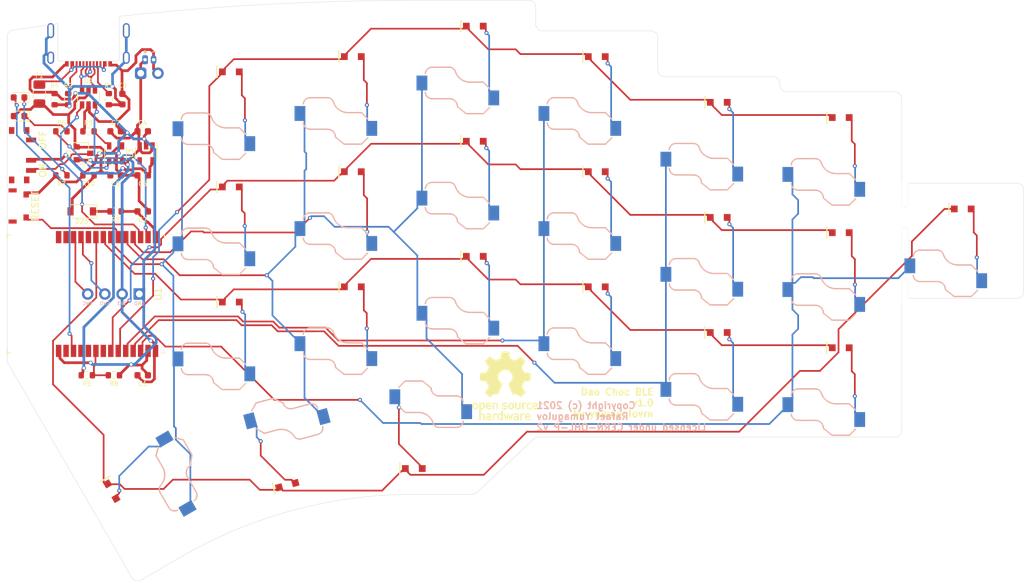
<source format=kicad_pcb>
(kicad_pcb (version 20211014) (generator pcbnew)
  (layers (0 "F.Cu" signal) (31 "B.Cu" signal) (34 "B.Paste" user) (35 "F.Paste" user) (36 "B.SilkS" user "B.Silkscreen") (37 "F.SilkS" user "F.Silkscreen") (38 "B.Mask" user) (39 "F.Mask" user) (44 "Edge.Cuts" user))
  (net 0 "")
  (net 1 "Net-(D1-Pad2)")
  (net 2 "ROW0")
  (net 3 "Net-(D2-Pad2)")
  (net 4 "Net-(D3-Pad2)")
  (net 5 "Net-(D4-Pad2)")
  (net 6 "Net-(D5-Pad2)")
  (net 7 "Net-(D6-Pad2)")
  (net 8 "Net-(D7-Pad2)")
  (net 9 "ROW1")
  (net 10 "Net-(D8-Pad2)")
  (net 11 "Net-(D9-Pad2)")
  (net 12 "Net-(D10-Pad2)")
  (net 13 "Net-(D11-Pad2)")
  (net 14 "Net-(D12-Pad2)")
  (net 15 "Net-(D13-Pad2)")
  (net 16 "ROW2")
  (net 17 "Net-(D14-Pad2)")
  (net 18 "Net-(D15-Pad2)")
  (net 19 "Net-(D16-Pad2)")
  (net 20 "Net-(D17-Pad2)")
  (net 21 "Net-(D18-Pad2)")
  (net 22 "Net-(D19-Pad2)")
  (net 23 "ROW3")
  (net 24 "Net-(D20-Pad2)")
  (net 25 "Net-(D21-Pad2)")
  (net 26 "Net-(D22-Pad2)")
  (net 27 "COL0")
  (net 28 "COL1")
  (net 29 "COL2")
  (net 30 "COL3")
  (net 31 "COL4")
  (net 32 "COL5")
  (net 33 "Net-(U1-Pad28)")
  (net 34 "Net-(U1-Pad24)")
  (net 35 "Net-(U1-Pad27)")
  (net 36 "Net-(U1-Pad2)")
  (net 37 "Net-(U1-Pad4)")
  (net 38 "Net-(U1-Pad5)")
  (net 39 "Net-(U1-Pad7)")
  (net 40 "Net-(J1-PadB8)")
  (net 41 "Net-(J1-PadA8)")
  (net 42 "Net-(J1-PadA5)")
  (net 43 "Net-(J1-PadB5)")
  (net 44 "VBAT")
  (net 45 "GND")
  (net 46 "+3V3")
  (net 47 "Net-(C2-Pad1)")
  (net 48 "GNDS")
  (net 49 "VBUS")
  (net 50 "REGBAT")
  (net 51 "Net-(D23-Pad1)")
  (net 52 "Net-(D24-Pad1)")
  (net 53 "BT_LED")
  (net 54 "Net-(F1-Pad2)")
  (net 55 "DBUS+")
  (net 56 "DBUS-")
  (net 57 "SWCLK")
  (net 58 "SWDIO")
  (net 59 "Net-(Q1-Pad3)")
  (net 60 "VSENSE")
  (net 61 "Net-(R9-Pad1)")
  (net 62 "RESET")
  (net 63 "D-")
  (net 64 "D+")
  (net 65 "Net-(R6-Pad1)")
  (net 66 "Net-(U3-Pad4)")
  (net 67 "Net-(D25-Pad1)")
  (net 68 "Net-(SW1-Pad1)")
  (footprint "dao-choc-ble:D_SOD-323" (layer "F.Cu") (at 255 3.8272)
    (fp_text reference "D1" hide)
    (fp_text value "1N4148WS")
  )
  (footprint "dao-choc-ble:D_SOD-323" (layer "F.Cu") (at 237 1.5772)
    (fp_text reference "D2" hide)
    (fp_text value "1N4148WS")
  )
  (footprint "dao-choc-ble:D_SOD-323" (layer "F.Cu") (at 219 -5.1728)
    (fp_text reference "D3" hide)
    (fp_text value "1N4148WS")
  )
  (footprint "dao-choc-ble:D_SOD-323" (layer "F.Cu") (at 201 -9.6728)
    (fp_text reference "D4" hide)
    (fp_text value "1N4148WS")
  )
  (footprint "dao-choc-ble:D_SOD-323" (layer "F.Cu") (at 183 -5.1728)
    (fp_text reference "D5" hide)
    (fp_text value "1N4148WS")
  )
  (footprint "dao-choc-ble:D_SOD-323" (layer "F.Cu") (at 165 -2.9228)
    (fp_text reference "D6" hide)
    (fp_text value "1N4148WS")
  )
  (footprint "dao-choc-ble:D_SOD-323" (layer "F.Cu") (at 255 20.8272)
    (fp_text reference "D7" hide)
    (fp_text value "1N4148WS")
  )
  (footprint "dao-choc-ble:D_SOD-323" (layer "F.Cu") (at 237 18.5772)
    (fp_text reference "D8" hide)
    (fp_text value "1N4148WS")
  )
  (footprint "dao-choc-ble:D_SOD-323" (layer "F.Cu") (at 219 11.8272)
    (fp_text reference "D9" hide)
    (fp_text value "1N4148WS")
  )
  (footprint "dao-choc-ble:D_SOD-323" (layer "F.Cu") (at 201 7.3272)
    (fp_text reference "D10" hide)
    (fp_text value "1N4148WS")
  )
  (footprint "dao-choc-ble:D_SOD-323" (layer "F.Cu") (at 183 11.8272)
    (fp_text reference "D11" hide)
    (fp_text value "1N4148WS")
  )
  (footprint "dao-choc-ble:D_SOD-323" (layer "F.Cu") (at 165 14.0772)
    (fp_text reference "D12" hide)
    (fp_text value "1N4148WS")
  )
  (footprint "dao-choc-ble:D_SOD-323" (layer "F.Cu") (at 255 37.8272)
    (fp_text reference "D13" hide)
    (fp_text value "1N4148WS")
  )
  (footprint "dao-choc-ble:D_SOD-323" (layer "F.Cu") (at 237 35.5772)
    (fp_text reference "D14" hide)
    (fp_text value "1N4148WS")
  )
  (footprint "dao-choc-ble:D_SOD-323" (layer "F.Cu") (at 219 28.8272)
    (fp_text reference "D15" hide)
    (fp_text value "1N4148WS")
  )
  (footprint "dao-choc-ble:D_SOD-323" (layer "F.Cu") (at 201 24.3272)
    (fp_text reference "D16" hide)
    (fp_text value "1N4148WS")
  )
  (footprint "dao-choc-ble:D_SOD-323" (layer "F.Cu") (at 183 28.8272)
    (fp_text reference "D17" hide)
    (fp_text value "1N4148WS")
  )
  (footprint "dao-choc-ble:D_SOD-323" (layer "F.Cu") (at 165 31.0772)
    (fp_text reference "D18" hide)
    (fp_text value "1N4148WS")
  )
  (footprint "dao-choc-ble:D_SOD-323" (layer "F.Cu") (at 273 17.3272)
    (fp_text reference "D19" hide)
    (fp_text value "1N4148WS")
  )
  (footprint "dao-choc-ble:D_SOD-323" (layer "F.Cu") (at 192 55.6654)
    (fp_text reference "D20" hide)
    (fp_text value "1N4148WS")
  )
  (footprint "dao-choc-ble:D_SOD-323" (layer "F.Cu") (at 173.323 58.1242 15)
    (fp_text reference "D21" hide)
    (fp_text value "1N4148WS")
  )
  (footprint "dao-choc-ble:D_SOD-323" (layer "F.Cu") (at 147.432 59.0056 -60)
    (fp_text reference "D22" hide)
    (fp_text value "1N4148WS")
  )
  (footprint "dao-choc-ble:Kailh_PG1350_hotswap" (layer "F.Cu") (at 255 8.5272)
    (fp_text reference "K1")
    (fp_text value "KEY_SWITCH" hide)
  )
  (footprint "dao-choc-ble:Kailh_PG1350_hotswap" (layer "F.Cu") (at 237 6.2772)
    (fp_text reference "K2")
    (fp_text value "KEY_SWITCH" hide)
  )
  (footprint "dao-choc-ble:Kailh_PG1350_hotswap" (layer "F.Cu") (at 219 -0.4728)
    (fp_text reference "K3")
    (fp_text value "KEY_SWITCH" hide)
  )
  (footprint "dao-choc-ble:Kailh_PG1350_hotswap" (layer "F.Cu") (at 201 -4.9728)
    (fp_text reference "K4")
    (fp_text value "KEY_SWITCH" hide)
  )
  (footprint "dao-choc-ble:Kailh_PG1350_hotswap" (layer "F.Cu") (at 183 -0.4728)
    (fp_text reference "K5")
    (fp_text value "KEY_SWITCH" hide)
  )
  (footprint "dao-choc-ble:Kailh_PG1350_hotswap" (layer "F.Cu") (at 165 1.7772)
    (fp_text reference "K6")
    (fp_text value "KEY_SWITCH" hide)
  )
  (footprint "dao-choc-ble:Kailh_PG1350_hotswap" (layer "F.Cu") (at 255 25.5272)
    (fp_text reference "K7")
    (fp_text value "KEY_SWITCH" hide)
  )
  (footprint "dao-choc-ble:Kailh_PG1350_hotswap" (layer "F.Cu") (at 237 23.2772)
    (fp_text reference "K8")
    (fp_text value "KEY_SWITCH" hide)
  )
  (footprint "dao-choc-ble:Kailh_PG1350_hotswap" (layer "F.Cu") (at 219 16.5272)
    (fp_text reference "K9")
    (fp_text value "KEY_SWITCH" hide)
  )
  (footprint "dao-choc-ble:Kailh_PG1350_hotswap" (layer "F.Cu") (at 201 12.0272)
    (fp_text reference "K10")
    (fp_text value "KEY_SWITCH" hide)
  )
  (footprint "dao-choc-ble:Kailh_PG1350_hotswap" (layer "F.Cu") (at 183 16.5272)
    (fp_text reference "K11")
    (fp_text value "KEY_SWITCH" hide)
  )
  (footprint "dao-choc-ble:Kailh_PG1350_hotswap" (layer "F.Cu") (at 165 18.7772)
    (fp_text reference "K12")
    (fp_text value "KEY_SWITCH" hide)
  )
  (footprint "dao-choc-ble:Kailh_PG1350_hotswap" (layer "F.Cu") (at 255 42.5272)
    (fp_text reference "K13")
    (fp_text value "KEY_SWITCH" hide)
  )
  (footprint "dao-choc-ble:Kailh_PG1350_hotswap" (layer "F.Cu") (at 237 40.2772)
    (fp_text reference "K14")
    (fp_text value "KEY_SWITCH" hide)
  )
  (footprint "dao-choc-ble:Kailh_PG1350_hotswap" (layer "F.Cu") (at 219 33.5272)
    (fp_text reference "K15")
    (fp_text value "KEY_SWITCH" hide)
  )
  (footprint "dao-choc-ble:Kailh_PG1350_hotswap" (layer "F.Cu") (at 201 29.0272)
    (fp_text reference "K16")
    (fp_text value "KEY_SWITCH" hide)
  )
  (footprint "dao-choc-ble:Kailh_PG1350_hotswap" (layer "F.Cu") (at 183 33.5272)
    (fp_text reference "K17")
    (fp_text value "KEY_SWITCH" hide)
  )
  (footprint "dao-choc-ble:Kailh_PG1350_hotswap" (layer "F.Cu") (at 165 35.7772)
    (fp_text reference "K18")
    (fp_text value "KEY_SWITCH" hide)
  )
  (footprint "dao-choc-ble:Kailh_PG1350_hotswap" (layer "F.Cu") (at 273 22.0272)
    (fp_text reference "K19")
    (fp_text value "KEY_SWITCH" hide)
  )
  (footprint "dao-choc-ble:Kailh_PG1350_hotswap" (layer "F.Cu") (at 192 50.9654 180)
    (fp_text reference "K20")
    (fp_text value "KEY_SWITCH" hide)
  )
  (footprint "dao-choc-ble:Kailh_PG1350_hotswap" (layer "F.Cu") (at 172.107 53.5844 -165)
    (fp_text reference "K21")
    (fp_text value "KEY_SWITCH" hide)
  )
  (footprint "dao-choc-ble:Kailh_PG1350_hotswap" (layer "F.Cu") (at 151.502 56.6556 120)
    (fp_text reference "K22")
    (fp_text value "KEY_SWITCH" hide)
  )
  (footprint "dao-choc-ble:MINEW_MS88SF2" (layer "F.Cu") (at 132 29.8886 90)
    (fp_text reference "U1")
    (fp_text value "MS88SF2")
  )
  (footprint "dao-choc-ble:Hole_4.2mm" (layer "F.Cu") (at 246.293 17.0272)
    (fp_text reference "H1" hide)
    (fp_text value "MountingHole 4.2mm" hide)
  )
  (footprint "dao-choc-ble:Hole_4.2mm" (layer "F.Cu") (at 246.293 34.0272)
    (fp_text reference "H3" hide)
    (fp_text value "MountingHole 4.2mm" hide)
  )
  (footprint "dao-choc-ble:Hole_4.2mm" (layer "F.Cu") (at 193.969 39.9691)
    (fp_text reference "H4" hide)
    (fp_text value "MountingHole 4.2mm" hide)
  )
  (footprint "dao-choc-ble:Hole_4.2mm" (layer "F.Cu") (at 159.042 47.0987)
    (fp_text reference "H5" hide)
    (fp_text value "MountingHole 4.2mm" hide)
  )
  (footprint "dao-choc-ble:Hole_2.2mm" (layer "F.Cu") (at 152.9 -8.4531)
    (fp_text reference "H6" hide)
    (fp_text value "MountingHole 2.2mm" hide)
  )
  (footprint "dao-choc-ble:Hole_2.2mm" (layer "F.Cu") (at 135.1 -6.2964)
    (fp_text reference "H7" hide)
    (fp_text value "MountingHole 2.2mm" hide)
  )
  (footprint "dao-choc-ble:Hole_2.2mm" (layer "F.Cu") (at 138.526 45.0067)
    (fp_text reference "H8" hide)
    (fp_text value "MountingHole 2.2mm" hide)
  )
  (footprint "dao-choc-ble:USB-C_C168688" (layer "F.Cu") (at 144 -11.1114)
    (fp_text reference "J1" hide)
    (fp_text value "USB")
  )
  (footprint "Capacitor_SMD:C_0603_1608Metric" (layer "F.Cu") (at 152 17.6886)
    (fp_text reference "C2")
    (fp_text value "10uF")
  )
  (footprint "Capacitor_SMD:C_0603_1608Metric" (layer "F.Cu") (at 149 1.1114 -90)
    (fp_text reference "C3")
    (fp_text value "1nF")
  )
  (footprint "Diode_SMD:D_SOD-123" (layer "F.Cu") (at 143 17.6886 180)
    (fp_text reference "D23")
    (fp_text value "1N5819W")
  )
  (footprint "LED_SMD:LED_0603_1608Metric" (layer "F.Cu") (at 133.75 3.6114 180)
    (fp_text reference "D24" hide)
    (fp_text value "RED" hide)
  )
  (footprint "LED_SMD:LED_0603_1608Metric" (layer "F.Cu") (at 133.75 0.8614 180)
    (fp_text reference "D25" hide)
    (fp_text value "BLUE" hide)
  )
  (footprint "Resistor_SMD:R_0603_1608Metric" (layer "F.Cu") (at 148 17.6886)
    (fp_text reference "R3")
    (fp_text value "4.7")
  )
  (footprint "Resistor_SMD:R_0603_1608Metric" (layer "F.Cu") (at 139 1.1114 -90)
    (fp_text reference "R4")
    (fp_text value "1M")
  )
  (footprint "Resistor_SMD:R_0603_1608Metric" (layer "F.Cu") (at 141 1.1114 90)
    (fp_text reference "R2")
    (fp_text value "5.1k")
  )
  (footprint "dao-choc-ble:MSK-12C02" (layer "F.Cu") (at 132.5 9.3886 90)
    (fp_text reference "SW1" hide)
    (fp_text value "ON_OFF")
  )
  (footprint "dao-choc-ble:TS-1086E" (layer "F.Cu") (at 132.5 16.8886 90)
    (fp_text reference "SW2" hide)
    (fp_text value "RESET")
  )
  (footprint "Package_TO_SOT_SMD:SOT-23-6" (layer "F.Cu") (at 144 0.8614 90)
    (fp_text reference "U2")
    (fp_text value "USBLC6-2SC6")
  )
  (footprint "Fuse:Fuse_1206_3216Metric" (layer "F.Cu") (at 136.75 0.3614 90)
    (fp_text reference "F1")
    (fp_text value "500mA")
  )
  (footprint "Resistor_SMD:R_0603_1608Metric" (layer "F.Cu") (at 147 1.1114 90)
    (fp_text reference "R1")
    (fp_text value "5.1k")
  )
  (footprint "dao-choc-ble:Battery" (layer "F.Cu") (at 152.35 -4.7114)
    (fp_text reference "BT1" hide)
    (fp_text value "Battery_Cell")
  )
  (footprint "dao-choc-ble:Hole_4.2mm" (layer "F.Cu") (at 173.707 10.2772)
    (fp_text reference "H2" hide)
    (fp_text value "MountingHole 4.2mm" hide)
  )
  (footprint "Package_TO_SOT_SMD:SOT-23" (layer "F.Cu") (at 143.25 9.1114)
    (fp_text reference "Q1")
    (fp_text value "AO3401A")
  )
  (footprint "Resistor_SMD:R_0603_1608Metric" (layer "F.Cu") (at 144 12.3614)
    (fp_text reference "R10")
    (fp_text value "100k")
  )
  (footprint "Resistor_SMD:R_0603_1608Metric" (layer "F.Cu") (at 140 12.3614)
    (fp_text reference "R7")
    (fp_text value "1k")
  )
  (footprint "Package_TO_SOT_SMD:SOT-23-5" (layer "F.Cu") (at 152.5 9.1114 -90)
    (fp_text reference "U3")
    (fp_text value "XC6220")
  )
  (footprint "Capacitor_SMD:C_0603_1608Metric" (layer "F.Cu") (at 152 5.8614)
    (fp_text reference "C4")
    (fp_text value "10uF")
  )
  (footprint "Capacitor_SMD:C_0603_1608Metric" (layer "F.Cu") (at 152 12.3614 180)
    (fp_text reference "C5")
    (fp_text value "10uF")
  )
  (footprint "Capacitor_SMD:C_0603_1608Metric" (layer "F.Cu") (at 152 41.8886)
    (fp_text reference "C1")
    (fp_text value "10uF")
  )
  (footprint "Resistor_SMD:R_0603_1608Metric" (layer "F.Cu") (at 144 5.8614 180)
    (fp_text reference "R9")
    (fp_text value "RPROG")
  )
  (footprint "Resistor_SMD:R_0603_1608Metric" (layer "F.Cu") (at 140 5.8614)
    (fp_text reference "R6")
    (fp_text value "1k")
  )
  (footprint "Capacitor_SMD:C_0603_1608Metric" (layer "F.Cu") (at 148 12.3614)
    (fp_text reference "C6")
    (fp_text value "4.7uF")
  )
  (footprint "Capacitor_SMD:C_0603_1608Metric" (layer "F.Cu") (at 148 5.8614)
    (fp_text reference "C7")
    (fp_text value "4.7uF")
  )
  (footprint "Package_TO_SOT_SMD:SOT-23-5" (layer "F.Cu") (at 148 9.1114 90)
    (fp_text reference "U4")
    (fp_text value "MCP73831")
  )
  (footprint "Resistor_SMD:R_0603_1608Metric" (layer "F.Cu") (at 143.75 41.8886)
    (fp_text reference "R5")
    (fp_text value "806k")
  )
  (footprint "Resistor_SMD:R_0603_1608Metric" (layer "F.Cu") (at 147.75 41.8886)
    (fp_text reference "R8")
    (fp_text value "2M")
  )
  (footprint "dao-choc-ble:Slot" (layer "F.Cu") (at 264.499999 22.027204)
    (fp_text reference "H9" hide)
    (fp_text value "Slot" hide)
  )
  (footprint "dao-choc-ble:OSHW-logo" (layer "F.Cu") (at 205.5 43.4654)
    (fp_text reference "LOGO1" hide)
    (fp_text value "LOGO" hide)
  )
  (footprint "dao-choc-ble:PROG" (layer "B.Cu") (at 151.5 29.8886 90)
    (fp_text reference "J2" hide)
    (fp_text value "PROG")
  )
  (gr_line (start 264 50.027204) (end 264 28.027204) (layer "Edge.Cuts") (width 0.05))
  (gr_line (start 210 -9.972795) (end 210 -12.472795) (layer "Edge.Cuts") (width 0.05))
  (gr_arc (start 245 -2.222795) (mid 245.707107 -1.929902) (end 246 -1.222795) (layer "Edge.Cuts") (width 0.05))
  (gr_line (start 139.475001 -10.028747) (end 132.85296 -9.100528) (layer "Edge.Cuts") (width 0.05))
  (gr_arc (start 151.756929 72.124099) (mid 150.99811 72.223999) (end 150.390903 71.758073) (layer "Edge.Cuts") (width 0.05))
  (gr_arc (start 132.133975 40.136145) (mid 132.034075 39.894964) (end 132 39.636145) (layer "Edge.Cuts") (width 0.05))
  (gr_arc (start 264 50.027204) (mid 263.707107 50.73431) (end 263.000001 51.027203) (layer "Edge.Cuts") (width 0.05))
  (gr_arc (start 264 20.527204) (mid 264.499999 20.027205) (end 264.999998 20.527204) (layer "Edge.Cuts") (width 0.05))
  (gr_arc (start 201.2885 59.194867) (mid 200.972287 59.395278) (end 200.604531 59.465356) (layer "Edge.Cuts") (width 0.05))
  (gr_line (start 228 -3.222795) (end 228 -7.972795) (layer "Edge.Cuts") (width 0.05))
  (gr_line (start 263 0.027204) (end 247 0.027204) (layer "Edge.Cuts") (width 0.05))
  (gr_line (start 151.756929 72.124099) (end 158.25212 68.374099) (layer "Edge.Cuts") (width 0.05))
  (gr_arc (start 264.999999 23.527204) (mid 264.499999 24.027204) (end 263.999999 23.527204) (layer "Edge.Cuts") (width 0.05))
  (gr_arc (start 158.25212 68.374099) (mid 166.069989 64.573438) (end 174.306668 61.794728) (layer "Edge.Cuts") (width 0.05))
  (gr_arc (start 227 -8.972795) (mid 227.707107 -8.679902) (end 228 -7.972795) (layer "Edge.Cuts") (width 0.05))
  (gr_line (start 201.2885 59.194867) (end 209.711501 51.297693) (layer "Edge.Cuts") (width 0.05))
  (gr_arc (start 247 0.027204) (mid 246.292893 -0.265689) (end 246 -0.972796) (layer "Edge.Cuts") (width 0.05))
  (gr_line (start 227 -8.972795) (end 211 -8.972795) (layer "Edge.Cuts") (width 0.05))
  (gr_line (start 148.275001 -4.516515) (end 139.725001 -4.516515) (layer "Edge.Cuts") (width 0.05))
  (gr_line (start 264 16.527204) (end 264 1.027204) (layer "Edge.Cuts") (width 0.05))
  (gr_arc (start 209.711501 51.297693) (mid 210.027714 51.097282) (end 210.39547 51.027204) (layer "Edge.Cuts") (width 0.05))
  (gr_line (start 264 23.527204) (end 264 20.527204) (layer "Edge.Cuts") (width 0.05))
  (gr_arc (start 148.525001 -11.116515) (mid 170.230598 -12.883293) (end 192.000001 -13.472796) (layer "Edge.Cuts") (width 0.05))
  (gr_line (start 246 -0.972795) (end 246 -1.222795) (layer "Edge.Cuts") (width 0.05))
  (gr_arc (start 211 -8.972795) (mid 210.292893 -9.265688) (end 210 -9.972795) (layer "Edge.Cuts") (width 0.05))
  (gr_line (start 245 -2.222795) (end 229 -2.222795) (layer "Edge.Cuts") (width 0.05))
  (gr_arc (start 139.725001 -4.516515) (mid 139.548224 -4.589738) (end 139.475001 -4.766515) (layer "Edge.Cuts") (width 0.05))
  (gr_line (start 132.133975 40.136145) (end 150.390904 71.758073) (layer "Edge.Cuts") (width 0.05))
  (gr_line (start 210.39547 51.027204) (end 263.000001 51.027204) (layer "Edge.Cuts") (width 0.05))
  (gr_arc (start 148.525001 -4.766515) (mid 148.451778 -4.589738) (end 148.275001 -4.516515) (layer "Edge.Cuts") (width 0.05))
  (gr_line (start 192 59.465356) (end 200.604531 59.465356) (layer "Edge.Cuts") (width 0.05))
  (gr_arc (start 280.999999 13.527204) (mid 281.707106 13.820097) (end 281.999999 14.527204) (layer "Edge.Cuts") (width 0.05))
  (gr_arc (start 264 28.027204) (mid 264.499999 27.527205) (end 264.999998 28.027204) (layer "Edge.Cuts") (width 0.05))
  (gr_line (start 148.525001 -11.116515) (end 148.525001 -4.766515) (layer "Edge.Cuts") (width 0.05))
  (gr_arc (start 209 -13.472795) (mid 209.707107 -13.179902) (end 210 -12.472795) (layer "Edge.Cuts") (width 0.05))
  (gr_line (start 264.999999 28.027204) (end 265 30.527203) (layer "Edge.Cuts") (width 0.05))
  (gr_arc (start 174.306668 61.794727) (mid 183.076997 60.0502) (end 192.000001 59.465355) (layer "Edge.Cuts") (width 0.05))
  (gr_arc (start 263 0.027204) (mid 263.707107 0.320097) (end 264 1.027204) (layer "Edge.Cuts") (width 0.05))
  (gr_line (start 132 -8.111398) (end 132 39.636145) (layer "Edge.Cuts") (width 0.05))
  (gr_line (start 264.999999 13.527204) (end 264.999999 16.527204) (layer "Edge.Cuts") (width 0.05))
  (gr_line (start 139.475001 -4.766515) (end 139.475001 -10.028747) (layer "Edge.Cuts") (width 0.05))
  (gr_arc (start 281.999999 29.527203) (mid 281.707106 30.23431) (end 280.999999 30.527203) (layer "Edge.Cuts") (width 0.05))
  (gr_line (start 209 -13.472795) (end 192 -13.472795) (layer "Edge.Cuts") (width 0.05))
  (gr_arc (start 132 -8.111398) (mid 132.242435 -8.764158) (end 132.852191 -9.100414) (layer "Edge.Cuts") (width 0.05))
  (gr_line (start 265 30.527203) (end 280.999999 30.527204) (layer "Edge.Cuts") (width 0.05))
  (gr_line (start 280.999999 13.527204) (end 264.999999 13.527204) (layer "Edge.Cuts") (width 0.05))
  (gr_arc (start 229 -2.222795) (mid 228.292893 -2.515688) (end 228 -3.222795) (layer "Edge.Cuts") (width 0.05))
  (gr_line (start 264.999999 20.527204) (end 264.999999 23.527204) (layer "Edge.Cuts") (width 0.05))
  (gr_line (start 281.999999 29.527203) (end 281.999999 14.527204) (layer "Edge.Cuts") (width 0.05))
  (gr_arc (start 264.999999 16.527204) (mid 264.499999 17.027204) (end 263.999999 16.527204) (layer "Edge.Cuts") (width 0.05))
  (gr_text "Copyright (c) 2021\nRafael Yumagulov\nLicensed under CERN-OHL-P v2" (at 210 47.9654) (layer "B.SilkS") (effects (font (size 1 1) (thickness 0.2)) (justify right mirror)))
  (gr_text "Dao Choc BLE\nv1.0\nby yumagulovrn" (at 227.5 45.9654) (layer "F.SilkS") (effects (font (size 1 1) (thickness 0.2)) (justify right)))
  (segment (start 256.625 7.2877) (end 257.0801 7.7428) (width 0.25) (layer "F.Cu") (net 1))
  (segment (start 257.0801 7.7428) (end 257.0801 10.9852) (width 0.25) (layer "F.Cu") (net 1))
  (segment (start 256.625 4.2022) (end 256.625 4.3272) (width 0.25) (layer "F.Cu") (net 1))
  (segment (start 256.625 4.3272) (end 256.625 7.2877) (width 0.25) (layer "F.Cu") (net 1))
  (segment (start 256.25 3.8272) (end 256.625 4.2022) (width 0.25) (layer "F.Cu") (net 1))
  (via (at 257.0801 10.9852) (size 0.6) (drill 0.3) (layers "F.Cu" "B.Cu") (net 1))
  (segment (start 257.125 13.3272) (end 257.125 13.4522) (width 0.25) (layer "B.Cu") (net 1))
  (segment (start 257.125 13.4522) (end 257.8 14.4272) (width 0.25) (layer "B.Cu") (net 1))
  (segment (start 257.0801 10.9852) (end 257.125 11.0301) (width 0.25) (layer "B.Cu") (net 1))
  (segment (start 257.125 11.0301) (end 257.125 13.3272) (width 0.25) (layer "B.Cu") (net 1))
  (segment (start 181.375 -4.7978) (end 181.25 -4.7978) (width 0.25) (layer "F.Cu") (net 2))
  (segment (start 218.125 -4.621) (end 218.125 -4.6728) (width 0.25) (layer "F.Cu") (net 2))
  (segment (start 163.375 -2.5478) (end 163.375 -2.4228) (width 0.25) (layer "F.Cu") (net 2))
  (segment (start 253.375 3.4522) (end 253.25 3.4522) (width 0.25) (layer "F.Cu") (net 2))
  (segment (start 236.125 2.0772) (end 236.125 1.9522) (width 0.25) (layer "F.Cu") (net 2))
  (segment (start 223.9482 1.2022) (end 218.125 -4.621) (width 0.25) (layer "F.Cu") (net 2))
  (segment (start 236.125 1.9522) (end 235.75 1.5772) (width 0.25) (layer "F.Cu") (net 2))
  (segment (start 161.8255 -0.8215) (end 161.8255 13.0325) (width 0.25) (layer "F.Cu") (net 2))
  (segment (start 148.665 37.3886) (end 148.665 37.5136) (width 0.25) (layer "F.Cu") (net 2))
  (segment (start 218.125 -4.7978) (end 217.75 -5.1728) (width 0.25) (layer "F.Cu") (net 2))
  (segment (start 235.375 1.2022) (end 235.25 1.2022) (width 0.25) (layer "F.Cu") (net 2))
  (segment (start 207.7288 -5.5478) (end 207.0283 -6.2483) (width 0.25) (layer "F.Cu") (net 2))
  (segment (start 218.125 -4.6728) (end 218.125 -4.7978) (width 0.25) (layer "F.Cu") (net 2))
  (segment (start 182.125 -5.7246) (end 182.125 -5.6728) (width 0.25) (layer "F.Cu") (net 2))
  (segment (start 235.75 1.5772) (end 235.375 1.2022) (width 0.25) (layer "F.Cu") (net 2))
  (segment (start 181.75 -5.1728) (end 181.375 -4.7978) (width 0.25) (layer "F.Cu") (net 2))
  (segment (start 164.125 -3.4746) (end 164.125 -3.4228) (width 0.25) (layer "F.Cu") (net 2))
  (segment (start 200.125 -9.2978) (end 199.75 -9.6728) (width 0.25) (layer "F.Cu") (net 2))
  (segment (start 236.125 2.129) (end 236.125 2.0772) (width 0.25) (layer "F.Cu") (net 2))
  (segment (start 164.125 -3.4228) (end 164.125 -3.2978) (width 0.25) (layer "F.Cu") (net 2))
  (segment (start 217.25 -5.5478) (end 207.7288 -5.5478) (width 0.25) (layer "F.Cu") (net 2))
  (segment (start 163.75 -2.9228) (end 163.375 -2.5478) (width 0.25) (layer "F.Cu") (net 2))
  (segment (start 217.75 -5.1728) (end 217.375 -5.5478) (width 0.25) (layer "F.Cu") (net 2))
  (segment (start 165.4482 -4.7978) (end 164.125 -3.4746) (width 0.25) (layer "F.Cu") (net 2))
  (segment (start 199.375 -9.2978) (end 199.25 -9.2978) (width 0.25) (layer "F.Cu") (net 2))
  (segment (start 153.5351 27.6306) (end 153.5351 30.1545) (width 0.25) (layer "F.Cu") (net 2))
  (segment (start 200.125 -9.1728) (end 200.125 -9.2978) (width 0.25) (layer "F.Cu") (net 2))
  (segment (start 253.75 3.8272) (end 253.375 3.4522) (width 0.25) (layer "F.Cu") (net 2))
  (segment (start 182.125 -5.5478) (end 181.75 -5.1728) (width 0.25) (layer "F.Cu") (net 2))
  (segment (start 148.665 35.0246) (end 148.665 37.3886) (width 0.25) (layer "F.Cu") (net 2))
  (segment (start 200.125 -9.121) (end 200.125 -9.1728) (width 0.25) (layer "F.Cu") (net 2))
  (segment (start 202.9977 -6.2483) (end 200.125 -9.121) (width 0.25) (layer "F.Cu") (net 2))
  (segment (start 161.8255 13.0325) (end 157.0715 17.7865) (width 0.25) (layer "F.Cu") (net 2))
  (segment (start 207.0283 -6.2483) (end 202.9977 -6.2483) (width 0.25) (layer "F.Cu") (net 2))
  (segment (start 237.4482 3.4522) (end 236.125 2.129) (width 0.25) (layer "F.Cu") (net 2))
  (segment (start 163.375 -2.371) (end 161.8255 -0.8215) (width 0.25) (layer "F.Cu") (net 2))
  (segment (start 164.125 -3.2978) (end 163.75 -2.9228) (width 0.25) (layer "F.Cu") (net 2))
  (segment (start 181.25 -4.7978) (end 165.4482 -4.7978) (width 0.25) (layer "F.Cu") (net 2))
  (segment (start 199.25 -9.2978) (end 185.6982 -9.2978) (width 0.25) (layer "F.Cu") (net 2))
  (segment (start 148.665 37.5136) (end 148.39 38.2886) (width 0.25) (layer "F.Cu") (net 2))
  (segment (start 253.25 3.4522) (end 237.4482 3.4522) (width 0.25) (layer "F.Cu") (net 2))
  (segment (start 182.125 -5.6728) (end 182.125 -5.5478) (width 0.25) (layer "F.Cu") (net 2))
  (segment (start 199.75 -9.6728) (end 199.375 -9.2978) (width 0.25) (layer "F.Cu") (net 2))
  (segment (start 185.6982 -9.2978) (end 182.125 -5.7246) (width 0.25) (layer "F.Cu") (net 2))
  (segment (start 235.25 1.2022) (end 223.9482 1.2022) (width 0.25) (layer "F.Cu") (net 2))
  (segment (start 217.375 -5.5478) (end 217.25 -5.5478) (width 0.25) (layer "F.Cu") (net 2))
  (segment (start 153.5351 30.1545) (end 148.665 35.0246) (width 0.25) (layer "F.Cu") (net 2))
  (segment (start 163.375 -2.4228) (end 163.375 -2.371) (width 0.25) (layer "F.Cu") (net 2))
  (via (at 153.5351 27.6306) (size 0.6) (drill 0.3) (layers "F.Cu" "B.Cu") (net 2))
  (via (at 157.0715 17.7865) (size 0.6) (drill 0.3) (layers "F.Cu" "B.Cu") (net 2))
  (segment (start 153.5351 24.4547) (end 153.5351 27.6306) (width 0.25) (layer "B.Cu") (net 2))
  (segment (start 154.4109 20.4471) (end 154.4109 23.5789) (width 0.25) (layer "B.Cu") (net 2))
  (segment (start 157.0715 17.7865) (end 154.4109 20.4471) (width 0.25) (layer "B.Cu") (net 2))
  (segment (start 154.4109 23.5789) (end 153.5351 24.4547) (width 0.25) (layer "B.Cu") (net 2))
  (segment (start 238.25 1.5772) (end 238.5647 1.9522) (width 0.25) (layer "F.Cu") (net 3))
  (segment (start 238.5647 1.9522) (end 238.5647 2.0772) (width 0.25) (layer "F.Cu") (net 3))
  (segment (start 238.5647 2.0772) (end 238.5647 2.5772) (width 0.25) (layer "F.Cu") (net 3))
  (via (at 238.5647 2.5772) (size 0.6) (drill 0.3) (layers "F.Cu" "B.Cu") (net 3))
  (segment (start 239.125 3.1375) (end 239.125 11.0772) (width 0.25) (layer "B.Cu") (net 3))
  (segment (start 238.5647 2.5772) (end 239.125 3.1375) (width 0.25) (layer "B.Cu") (net 3))
  (segment (start 239.125 11.2022) (end 239.8 12.1772) (width 0.25) (layer "B.Cu") (net 3))
  (segment (start 239.125 11.0772) (end 239.125 11.2022) (width 0.25) (layer "B.Cu") (net 3))
  (segment (start 220.25 -5.1728) (end 220.6066 -4.7978) (width 0.25) (layer "F.Cu") (net 4))
  (segment (start 220.6066 -4.6728) (end 220.6066 -4.1728) (width 0.25) (layer "F.Cu") (net 4))
  (segment (start 220.6066 -4.7978) (end 220.6066 -4.6728) (width 0.25) (layer "F.Cu") (net 4))
  (via (at 220.6066 -4.1728) (size 0.6) (drill 0.3) (layers "F.Cu" "B.Cu") (net 4))
  (segment (start 221.125 4.3272) (end 221.125 4.4522) (width 0.25) (layer "B.Cu") (net 4))
  (segment (start 220.6066 -4.1728) (end 221.125 -3.6544) (width 0.25) (layer "B.Cu") (net 4))
  (segment (start 221.125 -3.6544) (end 221.125 4.3272) (width 0.25) (layer "B.Cu") (net 4))
  (segment (start 221.125 4.4522) (end 221.8 5.4272) (width 0.25) (layer "B.Cu") (net 4))
  (segment (start 202.625 -9.1728) (end 202.625 -8.7706) (width 0.25) (layer "F.Cu") (net 5))
  (segment (start 202.625 -8.7706) (end 202.7228 -8.6728) (width 0.25) (layer "F.Cu") (net 5))
  (segment (start 202.625 -9.2978) (end 202.625 -9.1728) (width 0.25) (layer "F.Cu") (net 5))
  (segment (start 202.25 -9.6728) (end 202.625 -9.2978) (width 0.25) (layer "F.Cu") (net 5))
  (via (at 202.7228 -8.6728) (size 0.6) (drill 0.3) (layers "F.Cu" "B.Cu") (net 5))
  (segment (start 203.125 -8.2706) (end 203.125 -0.1728) (width 0.25) (layer "B.Cu") (net 5))
  (segment (start 202.7228 -8.6728) (end 203.125 -8.2706) (width 0.25) (layer "B.Cu") (net 5))
  (segment (start 203.125 -0.0478) (end 203.8 0.9272) (width 0.25) (layer "B.Cu") (net 5))
  (segment (start 203.125 -0.1728) (end 203.125 -0.0478) (width 0.25) (layer "B.Cu") (net 5))
  (segment (start 184.625 -1.7122) (end 185.0801 -1.2571) (width 0.25) (layer "F.Cu") (net 6))
  (segment (start 184.25 -5.1728) (end 184.625 -4.7978) (width 0.25) (layer "F.Cu") (net 6))
  (segment (start 184.625 -4.6728) (end 184.625 -1.7122) (width 0.25) (layer "F.Cu") (net 6))
  (segment (start 184.625 -4.7978) (end 184.625 -4.6728) (width 0.25) (layer "F.Cu") (net 6))
  (segment (start 185.0801 -1.2571) (end 185.0801 1.9852) (width 0.25) (layer "F.Cu") (net 6))
  (via (at 185.0801 1.9852) (size 0.6) (drill 0.3) (layers "F.Cu" "B.Cu") (net 6))
  (segment (start 185.125 4.3272) (end 185.125 4.4522) (width 0.25) (layer "B.Cu") (net 6))
  (segment (start 185.125 2.0301) (end 185.125 4.3272) (width 0.25) (layer "B.Cu") (net 6))
  (segment (start 185.0801 1.9852) (end 185.125 2.0301) (width 0.25) (layer "B.Cu") (net 6))
  (segment (start 185.125 4.4522) (end 185.8 5.4272) (width 0.25) (layer "B.Cu") (net 6))
  (segment (start 166.25 -2.9228) (end 166.625 -2.5478) (width 0.25) (layer "F.Cu") (net 7))
  (segment (start 166.625 -2.5478) (end 166.625 -2.4228) (width 0.25) (layer "F.Cu") (net 7))
  (segment (start 167.0801 0.9928) (end 167.0801 4.2352) (width 0.25) (layer "F.Cu") (net 7))
  (segment (start 166.625 0.5377) (end 167.0801 0.9928) (width 0.25) (layer "F.Cu") (net 7))
  (segment (start 166.625 -2.4228) (end 166.625 0.5377) (width 0.25) (layer "F.Cu") (net 7))
  (via (at 167.0801 4.2352) (size 0.6) (drill 0.3) (layers "F.Cu" "B.Cu") (net 7))
  (segment (start 167.125 4.2801) (end 167.125 6.5772) (width 0.25) (layer "B.Cu") (net 7))
  (segment (start 167.0801 4.2352) (end 167.125 4.2801) (width 0.25) (layer "B.Cu") (net 7))
  (segment (start 167.125 6.5772) (end 167.125 6.7022) (width 0.25) (layer "B.Cu") (net 7))
  (segment (start 167.125 6.7022) (end 167.8 7.6772) (width 0.25) (layer "B.Cu") (net 7))
  (segment (start 256.625 21.3272) (end 256.625 24.2877) (width 0.25) (layer "F.Cu") (net 8))
  (segment (start 256.625 21.2022) (end 256.625 21.3272) (width 0.25) (layer "F.Cu") (net 8))
  (segment (start 256.625 24.2877) (end 257.0903 24.753) (width 0.25) (layer "F.Cu") (net 8))
  (segment (start 257.0903 24.753) (end 257.0903 28.4923) (width 0.25) (layer "F.Cu") (net 8))
  (segment (start 256.25 20.8272) (end 256.625 21.2022) (width 0.25) (layer "F.Cu") (net 8))
  (via (at 257.0903 28.4923) (size 0.6) (drill 0.3) (layers "F.Cu" "B.Cu") (net 8))
  (segment (start 257.125 28.527) (end 257.125 30.3272) (width 0.25) (layer "B.Cu") (net 8))
  (segment (start 257.125 30.4522) (end 257.8 31.4272) (width 0.25) (layer "B.Cu") (net 8))
  (segment (start 257.0903 28.4923) (end 257.125 28.527) (width 0.25) (layer "B.Cu") (net 8))
  (segment (start 257.125 30.3272) (end 257.125 30.4522) (width 0.25) (layer "B.Cu") (net 8))
  (segment (start 236.125 18.9522) (end 235.75 18.5772) (width 0.25) (layer "F.Cu") (net 9))
  (segment (start 163.25 14.4522) (end 162.0212 14.4522) (width 0.25) (layer "F.Cu") (net 9))
  (segment (start 217.75 11.8272) (end 217.375 11.4522) (width 0.25) (layer "F.Cu") (net 9))
  (segment (start 182.125 11.4522) (end 181.75 11.8272) (width 0.25) (layer "F.Cu") (net 9))
  (segment (start 150.05 30.8493) (end 147.565 33.3343) (width 0.25) (layer "F.Cu") (net 9))
  (segment (start 236.125 19.0772) (end 236.125 18.9522) (width 0.25) (layer "F.Cu") (net 9))
  (segment (start 207.7288 11.4522) (end 207.0283 10.7517) (width 0.25) (layer "F.Cu") (net 9))
  (segment (start 154.715 21.7584) (end 154.715 22.5646) (width 0.25) (layer "F.Cu") (net 9))
  (segment (start 182.125 11.3272) (end 182.125 11.4522) (width 0.25) (layer "F.Cu") (net 9))
  (segment (start 185.6982 7.7022) (end 182.125 11.2754) (width 0.25) (layer "F.Cu") (net 9))
  (segment (start 162.0212 14.4522) (end 154.715 21.7584) (width 0.25) (layer "F.Cu") (net 9))
  (segment (start 218.125 12.2022) (end 217.75 11.8272) (width 0.25) (layer "F.Cu") (net 9))
  (segment (start 236.125 19.129) (end 236.125 19.0772) (width 0.25) (layer "F.Cu") (net 9))
  (segment (start 199.25 7.7022) (end 185.6982 7.7022) (width 0.25) (layer "F.Cu") (net 9))
  (segment (start 253.75 20.8272) (end 253.375 20.4522) (width 0.25) (layer "F.Cu") (net 9))
  (segment (start 181.25 12.2022) (end 181.1982 12.2022) (width 0.25) (layer "F.Cu") (net 9))
  (segment (start 147.565 37.5136) (end 147.29 38.2886) (width 0.25) (layer "F.Cu") (net 9))
  (segment (start 181.375 12.2022) (end 181.25 12.2022) (width 0.25) (layer "F.Cu") (net 9))
  (segment (start 164.125 13.5254) (end 164.125 13.5772) (width 0.25) (layer "F.Cu") (net 9))
  (segment (start 235.375 18.2022) (end 235.25 18.2022) (width 0.25) (layer "F.Cu") (net 9))
  (segment (start 164.125 13.5772) (end 164.125 13.7022) (width 0.25) (layer "F.Cu") (net 9))
  (segment (start 200.125 7.8272) (end 200.125 7.7022) (width 0.25) (layer "F.Cu") (net 9))
  (segment (start 163.75 14.0772) (end 163.375 14.4522) (width 0.25) (layer "F.Cu") (net 9))
  (segment (start 237.4482 20.4522) (end 236.125 19.129) (width 0.25) (layer "F.Cu") (net 9))
  (segment (start 253.25 20.4522) (end 237.4482 20.4522) (width 0.25) (layer "F.Cu") (net 9))
  (segment (start 200.125 7.879) (end 200.125 7.8272) (width 0.25) (layer "F.Cu") (net 9))
  (segment (start 154.291 22.9886) (end 152.9859 22.9886) (width 0.25) (layer "F.Cu") (net 9))
  (segment (start 207.0283 10.7517) (end 202.9977 10.7517) (width 0.25) (layer "F.Cu") (net 9))
  (segment (start 217.375 11.4522) (end 217.25 11.4522) (width 0.25) (layer "F.Cu") (net 9))
  (segment (start 181.1982 12.2022) (end 180.2482 13.1522) (width 0.25) (layer "F.Cu") (net 9))
  (segment (start 253.375 20.4522) (end 253.25 20.4522) (width 0.25) (layer "F.Cu") (net 9))
  (segment (start 164.4982 13.1522) (end 164.125 13.5254) (width 0.25) (layer "F.Cu") (net 9))
  (segment (start 235.75 18.5772) (end 235.375 18.2022) (width 0.25) (layer "F.Cu") (net 9))
  (segment (start 163.375 14.4522) (end 163.25 14.4522) (width 0.25) (layer "F.Cu") (net 9))
  (segment (start 217.25 11.4522) (end 207.7288 11.4522) (width 0.25) (layer "F.Cu") (net 9))
  (segment (start 199.75 7.3272) (end 199.375 7.7022) (width 0.25) (layer "F.Cu") (net 9))
  (segment (start 180.2482 13.1522) (end 164.4982 13.1522) (width 0.25) (layer "F.Cu") (net 9))
  (segment (start 202.9977 10.7517) (end 200.125 7.879) (width 0.25) (layer "F.Cu") (net 9))
  (segment (start 218.125 12.3272) (end 218.125 12.2022) (width 0.25) (layer "F.Cu") (net 9))
  (segment (start 147.565 33.3343) (end 147.565 37.3886) (width 0.25) (layer "F.Cu") (net 9))
  (segment (start 223.9482 18.2022) (end 218.125 12.379) (width 0.25) (layer "F.Cu") (net 9))
  (segment (start 147.565 37.3886) (end 147.565 37.5136) (width 0.25) (layer "F.Cu") (net 9))
  (segment (start 199.375 7.7022) (end 199.25 7.7022) (width 0.25) (layer "F.Cu") (net 9))
  (segment (start 181.75 11.8272) (end 181.375 12.2022) (width 0.25) (layer "F.Cu") (net 9))
  (segment (start 235.25 18.2022) (end 223.9482 18.2022) (width 0.25) (layer "F.Cu") (net 9))
  (segment (start 182.125 11.2754) (end 182.125 11.3272) (width 0.25) (layer "F.Cu") (net 9))
  (segment (start 200.125 7.7022) (end 199.75 7.3272) (width 0.25) (layer "F.Cu") (net 9))
  (segment (start 154.715 22.5646) (end 154.291 22.9886) (width 0.25) (layer "F.Cu") (net 9))
  (segment (start 164.125 13.7022) (end 163.75 14.0772) (width 0.25) (layer "F.Cu") (net 9))
  (segment (start 218.125 12.379) (end 218.125 12.3272) (width 0.25) (layer "F.Cu") (net 9))
  (via (at 152.9859 22.9886) (size 0.6) (drill 0.3) (layers "F.Cu" "B.Cu") (net 9))
  (via (at 150.05 30.8493) (size 0.6) (drill 0.3) (layers "F.Cu" "B.Cu") (net 9))
  (segment (start 152.9859 22.9886) (end 150.225 25.7495) (width 0.25) (layer "B.Cu") (net 9))
  (segment (start 150.23 29.3625) (end 150.23 30.6693) (width 0.25) (layer "B.Cu") (net 9))
  (segment (start 150.23 30.6693) (end 150.05 30.8493) (width 0.25) (layer "B.Cu") (net 9))
  (segment (start 150.225 29.3575) (end 150.23 29.3625) (width 0.25) (layer "B.Cu") (net 9))
  (segment (start 150.225 25.7495) (end 150.225 29.3575) (width 0.25) (layer "B.Cu") (net 9))
  (segment (start 238.5649 18.9522) (end 238.5649 19.0772) (width 0.25) (layer "F.Cu") (net 10))
  (segment (start 238.25 18.5772) (end 238.5649 18.9522) (width 0.25) (layer "F.Cu") (net 10))
  (segment (start 238.5649 19.0772) (end 238.5649 19.5772) (width 0.25) (layer "F.Cu") (net 10))
  (via (at 238.5649 19.5772) (size 0.6) (drill 0.3) (layers "F.Cu" "B.Cu") (net 10))
  (segment (start 238.5649 19.5772) (end 239.125 20.1373) (width 0.25) (layer "B.Cu") (net 10))
  (segment (start 239.125 28.2022) (end 239.8 29.1772) (width 0.25) (layer "B.Cu") (net 10))
  (segment (start 239.125 28.0772) (end 239.125 28.2022) (width 0.25) (layer "B.Cu") (net 10))
  (segment (start 239.125 20.1373) (end 239.125 28.0772) (width 0.25) (layer "B.Cu") (net 10))
  (segment (start 220.6066 12.3272) (end 220.6066 12.8272) (width 0.25) (layer "F.Cu") (net 11))
  (segment (start 220.6066 12.2022) (end 220.6066 12.3272) (width 0.25) (layer "F.Cu") (net 11))
  (segment (start 220.25 11.8272) (end 220.6066 12.2022) (width 0.25) (layer "F.Cu") (net 11))
  (via (at 220.6066 12.8272) (size 0.6) (drill 0.3) (layers "F.Cu" "B.Cu") (net 11))
  (segment (start 221.125 13.3456) (end 221.125 21.3272) (width 0.25) (layer "B.Cu") (net 11))
  (segment (start 220.6066 12.8272) (end 221.125 13.3456) (width 0.25) (layer "B.Cu") (net 11))
  (segment (start 221.125 21.4522) (end 221.8 22.4272) (width 0.25) (layer "B.Cu") (net 11))
  (segment (start 221.125 21.3272) (end 221.125 21.4522) (width 0.25) (layer "B.Cu") (net 11))
  (segment (start 202.625 7.7022) (end 202.625 7.8272) (width 0.25) (layer "F.Cu") (net 12))
  (segment (start 202.25 7.3272) (end 202.625 7.7022) (width 0.25) (layer "F.Cu") (net 12))
  (segment (start 202.625 7.8272) (end 202.625 8.2477) (width 0.25) (layer "F.Cu") (net 12))
  (segment (start 202.625 8.2477) (end 202.7045 8.3272) (width 0.25) (layer "F.Cu") (net 12))
  (via (at 202.7045 8.3272) (size 0.6) (drill 0.3) (layers "F.Cu" "B.Cu") (net 12))
  (segment (start 203.125 8.7477) (end 203.125 16.8272) (width 0.25) (layer "B.Cu") (net 12))
  (segment (start 202.7045 8.3272) (end 203.125 8.7477) (width 0.25) (layer "B.Cu") (net 12))
  (segment (start 203.125 16.8272) (end 203.125 16.9522) (width 0.25) (layer "B.Cu") (net 12))
  (segment (start 203.125 16.9522) (end 203.8 17.9272) (width 0.25) (layer "B.Cu") (net 12))
  (segment (start 184.625 12.2022) (end 184.625 12.3272) (width 0.25) (layer "F.Cu") (net 13))
  (segment (start 184.625 15.2877) (end 185.113 15.7757) (width 0.25) (layer "F.Cu") (net 13))
  (segment (start 184.25 11.8272) (end 184.625 12.2022) (width 0.25) (layer "F.Cu") (net 13))
  (segment (start 184.625 12.3272) (end 184.625 15.2877) (width 0.25) (layer "F.Cu") (net 13))
  (segment (start 185.113 15.7757) (end 185.113 20.6865) (width 0.25) (layer "F.Cu") (net 13))
  (via (at 185.113 20.6865) (size 0.6) (drill 0.3) (layers "F.Cu" "B.Cu") (net 13))
  (segment (start 185.125 21.3272) (end 185.125 21.4522) (width 0.25) (layer "B.Cu") (net 13))
  (segment (start 185.125 21.4522) (end 185.8 22.4272) (width 0.25) (layer "B.Cu") (net 13))
  (segment (start 185.113 20.6865) (end 185.125 20.6985) (width 0.25) (layer "B.Cu") (net 13))
  (segment (start 185.125 20.6985) (end 185.125 21.3272) (width 0.25) (layer "B.Cu") (net 13))
  (segment (start 167.0535 17.9662) (end 167.0535 19.8411) (width 0.25) (layer "F.Cu") (net 14))
  (segment (start 166.25 14.0772) (end 166.625 14.4522) (width 0.25) (layer "F.Cu") (net 14))
  (segment (start 166.625 17.5377) (end 167.0535 17.9662) (width 0.25) (layer "F.Cu") (net 14))
  (segment (start 166.625 14.4522) (end 166.625 14.5772) (width 0.25) (layer "F.Cu") (net 14))
  (segment (start 166.625 14.5772) (end 166.625 17.5377) (width 0.25) (layer "F.Cu") (net 14))
  (via (at 167.0535 19.8411) (size 0.6) (drill 0.3) (layers "F.Cu" "B.Cu") (net 14))
  (segment (start 167.125 23.7022) (end 167.8 24.6772) (width 0.25) (layer "B.Cu") (net 14))
  (segment (start 167.125 19.9126) (end 167.125 23.5772) (width 0.25) (layer "B.Cu") (net 14))
  (segment (start 167.125 23.5772) (end 167.125 23.7022) (width 0.25) (layer "B.Cu") (net 14))
  (segment (start 167.0535 19.8411) (end 167.125 19.9126) (width 0.25) (layer "B.Cu") (net 14))
  (segment (start 256.625 41.2877) (end 257.0801 41.7428) (width 0.25) (layer "F.Cu") (net 15))
  (segment (start 256.625 38.3272) (end 256.625 41.2877) (width 0.25) (layer "F.Cu") (net 15))
  (segment (start 257.0801 41.7428) (end 257.0801 44.9852) (width 0.25) (layer "F.Cu") (net 15))
  (segment (start 256.625 38.2022) (end 256.625 38.3272) (width 0.25) (layer "F.Cu") (net 15))
  (segment (start 256.25 37.8272) (end 256.625 38.2022) (width 0.25) (layer "F.Cu") (net 15))
  (via (at 257.0801 44.9852) (size 0.6) (drill 0.3) (layers "F.Cu" "B.Cu") (net 15))
  (segment (start 257.125 47.4522) (end 257.8 48.4272) (width 0.25) (layer "B.Cu") (net 15))
  (segment (start 257.0801 44.9852) (end 257.125 45.0301) (width 0.25) (layer "B.Cu") (net 15))
  (segment (start 257.125 45.0301) (end 257.125 47.3272) (width 0.25) (layer "B.Cu") (net 15))
  (segment (start 257.125 47.3272) (end 257.125 47.4522) (width 0.25) (layer "B.Cu") (net 15))
  (segment (start 237.4482 37.4522) (end 236.125 36.129) (width 0.25) (layer "F.Cu") (net 16))
  (segment (start 199.375 24.7022) (end 199.25 24.7022) (width 0.25) (layer "F.Cu") (net 16))
  (segment (start 181.75 28.8272) (end 181.375 29.2022) (width 0.25) (layer "F.Cu") (net 16))
  (segment (start 199.25 24.7022) (end 185.6982 24.7022) (width 0.25) (layer "F.Cu") (net 16))
  (segment (start 236.125 36.0772) (end 236.125 35.9522) (width 0.25) (layer "F.Cu") (net 16))
  (segment (start 181.375 29.2022) (end 181.25 29.2022) (width 0.25) (layer "F.Cu") (net 16))
  (segment (start 236.125 35.9522) (end 235.75 35.5772) (width 0.25) (layer "F.Cu") (net 16))
  (segment (start 150.806 26.9056) (end 146.465 22.5646) (width 0.25) (layer "F.Cu") (net 16))
  (segment (start 200.125 24.879) (end 200.125 24.8272) (width 0.25) (layer "F.Cu") (net 16))
  (segment (start 164.125 30.5254) (end 164.125 30.5772) (width 0.25) (layer "F.Cu") (net 16))
  (segment (start 200.125 24.7022) (end 199.75 24.3272) (width 0.25) (layer "F.Cu") (net 16))
  (segment (start 207.7288 28.4522) (end 207.0283 27.7517) (width 0.25) (layer "F.Cu") (net 16))
  (segment (start 217.75 28.8272) (end 217.375 28.4522) (width 0.25) (layer "F.Cu") (net 16))
  (segment (start 182.125 28.3272) (end 182.125 28.4522) (width 0.25) (layer "F.Cu") (net 16))
  (segment (start 164.125 30.7022) (end 163.75 31.0772) (width 0.25) (layer "F.Cu") (net 16))
  (segment (start 157.632 30.7022) (end 153.8354 26.9056) (width 0.25) (layer "F.Cu") (net 16))
  (segment (start 223.9482 35.2022) (end 218.125 29.379) (width 0.25) (layer "F.Cu") (net 16))
  (segment (start 235.75 35.5772) (end 235.375 35.2022) (width 0.25) (layer "F.Cu") (net 16))
  (segment (start 146.465 22.3886) (end 146.465 22.2636) (width 0.25) (layer "F.Cu") (net 16))
  (segment (start 218.125 29.2022) (end 217.75 28.8272) (width 0.25) (layer "F.Cu") (net 16))
  (segment (start 235.25 35.2022) (end 223.9482 35.2022) (width 0.25) (layer "F.Cu") (net 16))
  (segment (start 200.125 24.8272) (end 200.125 24.7022) (width 0.25) (layer "F.Cu") (net 16))
  (segment (start 199.75 24.3272) (end 199.375 24.7022) (width 0.25) (layer "F.Cu") (net 16))
  (segment (start 253.375 37.4522) (end 253.25 37.4522) (width 0.25) (layer "F.Cu") (net 16))
  (segment (start 146.465 22.2636) (end 146.19 21.4886) (width 0.25) (layer "F.Cu") (net 16))
  (segment (start 153.8354 26.9056) (end 150.806 26.9056) (width 0.25) (layer "F.Cu") (net 16))
  (segment (start 202.9977 27.7517) (end 200.125 24.879) (width 0.25) (layer "F.Cu") (net 16))
  (segment (start 253.25 37.4522) (end 237.4482 37.4522) (width 0.25) (layer "F.Cu") (net 16))
  (segment (start 217.375 28.4522) (end 217.25 28.4522) (width 0.25) (layer "F.Cu") (net 16))
  (segment (start 163.25 30.7022) (end 157.632 30.7022) (width 0.25) (layer "F.Cu") (net 16))
  (segment (start 163.375 30.7022) (end 163.25 30.7022) (width 0.25) (layer "F.Cu") (net 16))
  (segment (start 253.75 37.8272) (end 253.375 37.4522) (width 0.25) (layer "F.Cu") (net 16))
  (segment (start 165.4482 29.2022) (end 164.125 30.5254) (width 0.25) (layer "F.Cu") (net 16))
  (segment (start 218.125 29.379) (end 218.125 29.3272) (width 0.25) (layer "F.Cu") (net 16))
  (segment (start 235.375 35.2022) (end 235.25 35.2022) (width 0.25) (layer "F.Cu") (net 16))
  (segment (start 181.25 29.2022) (end 165.4482 29.2022) (width 0.25) (layer "F.Cu") (net 16))
  (segment (start 207.0283 27.7517) (end 202.9977 27.7517) (width 0.25) (layer "F.Cu") (net 16))
  (segment (start 182.125 28.4522) (end 181.75 28.8272) (width 0.25) (layer "F.Cu") (net 16))
  (segment (start 218.125 29.3272) (end 218.125 29.2022) (width 0.25) (layer "F.Cu") (net 16))
  (segment (start 163.75 31.0772) (end 163.375 30.7022) (width 0.25) (layer "F.Cu") (net 16))
  (segment (start 217.25 28.4522) (end 207.7288 28.4522) (width 0.25) (layer "F.Cu") (net 16))
  (segment (start 185.6982 24.7022) (end 182.125 28.2754) (width 0.25) (layer "F.Cu") (net 16))
  (segment (start 146.465 22.5646) (end 146.465 22.3886) (width 0.25) (layer "F.Cu") (net 16))
  (segment (start 164.125 30.5772) (end 164.125 30.7022) (width 0.25) (layer "F.Cu") (net 16))
  (segment (start 236.125 36.129) (end 236.125 36.0772) (width 0.25) (layer "F.Cu") (net 16))
  (segment (start 182.125 28.2754) (end 182.125 28.3272) (width 0.25) (layer "F.Cu") (net 16))
  (segment (start 238.5647 35.9522) (end 238.5647 36.0772) (width 0.25) (layer "F.Cu") (net 17))
  (segment (start 238.25 35.5772) (end 238.5647 35.9522) (width 0.25) (layer "F.Cu") (net 17))
  (segment (start 238.5647 36.0772) (end 238.5647 36.5772) (width 0.25) (layer "F.Cu") (net 17))
  (via (at 238.5647 36.5772) (size 0.6) (drill 0.3) (layers "F.Cu" "B.Cu") (net 17))
  (segment (start 238.5647 36.5772) (end 239.125 37.1375) (width 0.25) (layer "B.Cu") (net 17))
  (segment (start 239.125 37.1375) (end 239.125 45.0772) (width 0.25) (layer "B.Cu") (net 17))
  (segment (start 239.125 45.0772) (end 239.125 45.2022) (width 0.25) (layer "B.Cu") (net 17))
  (segment (start 239.125 45.2022) (end 239.8 46.1772) (width 0.25) (layer "B.Cu") (net 17))
  (segment (start 220.25 28.8272) (end 220.6066 29.2022) (width 0.25) (layer "F.Cu") (net 18))
  (segment (start 220.6066 29.2022) (end 220.6066 29.3272) (width 0.25) (layer "F.Cu") (net 18))
  (segment (start 220.6066 29.3272) (end 220.6066 29.8272) (width 0.25) (layer "F.Cu") (net 18))
  (via (at 220.6066 29.8272) (size 0.6) (drill 0.3) (layers "F.Cu" "B.Cu") (net 18))
  (segment (start 220.6066 29.8272) (end 221.125 30.3456) (width 0.25) (layer "B.Cu") (net 18))
  (segment (start 221.125 38.3272) (end 221.125 38.4522) (width 0.25) (layer "B.Cu") (net 18))
  (segment (start 221.125 38.4522) (end 221.8 39.4272) (width 0.25) (layer "B.Cu") (net 18))
  (segment (start 221.125 30.3456) (end 221.125 38.3272) (width 0.25) (layer "B.Cu") (net 18))
  (segment (start 202.625 24.7022) (end 202.625 24.8272) (width 0.25) (layer "F.Cu") (net 19))
  (segment (start 202.25 24.3272) (end 202.625 24.7022) (width 0.25) (layer "F.Cu") (net 19))
  (segment (start 202.625 24.8272) (end 202.625 25.1897) (width 0.25) (layer "F.Cu") (net 19))
  (segment (start 202.625 25.1897) (end 202.7625 25.3272) (width 0.25) (layer "F.Cu") (net 19))
  (via (at 202.7625 25.3272) (size 0.6) (drill 0.3) (layers "F.Cu" "B.Cu") (net 19))
  (segment (start 203.125 33.8272) (end 203.125 33.9522) (width 0.25) (layer "B.Cu") (net 19))
  (segment (start 203.125 25.6897) (end 203.125 33.8272) (width 0.25) (layer "B.Cu") (net 19))
  (segment (start 202.7625 25.3272) (end 203.125 25.6897) (width 0.25) (layer "B.Cu") (net 19))
  (segment (start 203.125 33.9522) (end 203.8 34.9272) (width 0.25) (layer "B.Cu") (net 19))
  (segment (start 184.625 29.3272) (end 184.625 32.2877) (width 0.25) (layer "F.Cu") (net 20))
  (segment (start 185.0615 32.7242) (end 185.0615 34.9765) (width 0.25) (layer "F.Cu") (net 20))
  (segment (start 184.625 32.2877) (end 185.0615 32.7242) (width 0.25) (layer "F.Cu") (net 20))
  (segment (start 184.625 29.2022) (end 184.625 29.3272) (width 0.25) (layer "F.Cu") (net 20))
  (segment (start 184.25 28.8272) (end 184.625 29.2022) (width 0.25) (layer "F.Cu") (net 20))
  (via (at 185.0615 34.9765) (size 0.6) (drill 0.3) (layers "F.Cu" "B.Cu") (net 20))
  (segment (start 185.125 35.04) (end 185.125 38.3272) (width 0.25) (layer "B.Cu") (net 20))
  (segment (start 185.125 38.3272) (end 185.125 38.4522) (width 0.25) (layer "B.Cu") (net 20))
  (segment (start 185.0615 34.9765) (end 185.125 35.04) (width 0.25) (layer "B.Cu") (net 20))
  (segment (start 185.125 38.4522) (end 185.8 39.4272) (width 0.25) (layer "B.Cu") (net 20))
  (segment (start 166.625 32.4084) (end 166.722 32.5054) (width 0.25) (layer "F.Cu") (net 21))
  (segment (start 166.25 31.0772) (end 166.625 31.4522) (width 0.25) (layer "F.Cu") (net 21))
  (segment (start 166.625 31.4522) (end 166.625 31.5772) (width 0.25) (layer "F.Cu") (net 21))
  (segment (start 166.625 31.5772) (end 166.625 32.4084) (width 0.25) (layer "F.Cu") (net 21))
  (via (at 166.722 32.5054) (size 0.6) (drill 0.3) (layers "F.Cu" "B.Cu") (net 21))
  (segment (start 167.125 40.5772) (end 167.125 40.7022) (width 0.25) (layer "B.Cu") (net 21))
  (segment (start 167.125 40.7022) (end 167.8 41.6772) (width 0.25) (layer "B.Cu") (net 21))
  (segment (start 166.722 32.5054) (end 167.125 32.9084) (width 0.25) (layer "B.Cu") (net 21))
  (segment (start 167.125 32.9084) (end 167.125 40.5772) (width 0.25) (layer "B.Cu") (net 21))
  (segment (start 274.625 17.8272) (end 274.625 20.7877) (width 0.25) (layer "F.Cu") (net 22))
  (segment (start 274.625 17.7022) (end 274.625 17.8272) (width 0.25) (layer "F.Cu") (net 22))
  (segment (start 274.625 20.7877) (end 275.0801 21.2428) (width 0.25) (layer "F.Cu") (net 22))
  (segment (start 274.25 17.3272) (end 274.625 17.7022) (width 0.25) (layer "F.Cu") (net 22))
  (segment (start 275.0801 21.2428) (end 275.0801 24.4852) (width 0.25) (layer "F.Cu") (net 22))
  (via (at 275.0801 24.4852) (size 0.6) (drill 0.3) (layers "F.Cu" "B.Cu") (net 22))
  (segment (start 275.0801 24.4852) (end 275.125 24.5301) (width 0.25) (layer "B.Cu") (net 22))
  (segment (start 275.125 26.9522) (end 275.8 27.9272) (width 0.25) (layer "B.Cu") (net 22))
  (segment (start 275.125 24.5301) (end 275.125 26.8272) (width 0.25) (layer "B.Cu") (net 22))
  (segment (start 275.125 26.8272) (end 275.125 26.9522) (width 0.25) (layer "B.Cu") (net 22))
  (segment (start 265.499999 22.140199) (end 270.312998 17.3272) (width 0.25) (layer "F.Cu") (net 23))
  (segment (start 187.3166 58.922) (end 172.678 58.922) (width 0.25) (layer "F.Cu") (net 23))
  (segment (start 147.4203 57.9854) (end 147.312 58.0479) (width 0.25) (layer "F.Cu") (net 23))
  (segment (start 171.8162 58.7796) (end 171.6955 58.812) (width 0.25) (layer "F.Cu") (net 23))
  (segment (start 148.6222 57.9854) (end 147.4203 57.9854) (width 0.25) (layer "F.Cu") (net 23))
  (segment (start 145.15 22.2636) (end 145.09 21.4886) (width 0.25) (layer "F.Cu") (net 23))
  (segment (start 169.2805 58.812) (end 167.7787 57.3102) (width 0.25) (layer "F.Cu") (net 23))
  (segment (start 145.15 22.3886) (end 145.15 22.2636) (width 0.25) (layer "F.Cu") (net 23))
  (segment (start 172.5749 58.7129) (end 172.1156 58.4477) (width 0.25) (layer "F.Cu") (net 23))
  (segment (start 190.75 55.6654) (end 191.125 56.0404) (width 0.25) (layer "F.Cu") (net 23))
  (segment (start 248.9717 41.2517) (end 251.9265 41.2517) (width 0.25) (layer "F.Cu") (net 23))
  (segment (start 172.1156 58.4477) (end 171.8162 58.7796) (width 0.25) (layer "F.Cu") (net 23))
  (segment (start 265.499999 24.268005) (end 265.499999 22.140199) (width 0.25) (layer "F.Cu") (net 23))
  (segment (start 208.699999 50.227204) (end 239.996196 50.227204) (width 0.25) (layer "F.Cu") (net 23))
  (segment (start 145.15 30.4147) (end 145.15 22.3886) (width 0.25) (layer "F.Cu") (net 23))
  (segment (start 146.2322 57.6776) (end 146.2322 50.6969) (width 0.25) (layer "F.Cu") (net 23))
  (segment (start 190.75 55.6654) (end 190.375 56.0404) (width 0.25) (layer "F.Cu") (net 23))
  (segment (start 239.996196 50.227204) (end 248.9717 41.2517) (width 0.25) (layer "F.Cu") (net 23))
  (segment (start 190.375 56.0404) (end 190.25 56.0404) (width 0.25) (layer "F.Cu") (net 23))
  (segment (start 146.807 57.9231) (end 146.2947 57.7859) (width 0.25) (layer "F.Cu") (net 23))
  (segment (start 156.45 57.3102) (end 155.0791 58.6811) (width 0.25) (layer "F.Cu") (net 23))
  (segment (start 191.125 56.2172) (end 191.4982 56.5904) (width 0.25) (layer "F.Cu") (net 23))
  (segment (start 149.3179 58.6811) (end 148.6222 57.9854) (width 0.25) (layer "F.Cu") (net 23))
  (segment (start 171.6955 58.812) (end 169.2805 58.812) (width 0.25) (layer "F.Cu") (net 23))
  (segment (start 251.9265 41.2517) (end 254.675 38.5032) (width 0.25) (layer "F.Cu") (net 23))
  (segment (start 172.678 58.922) (end 172.6073 58.8513) (width 0.25) (layer "F.Cu") (net 23))
  (segment (start 146.2947 57.7859) (end 146.2322 57.6776) (width 0.25) (layer "F.Cu") (net 23))
  (segment (start 191.4982 56.5904) (end 202.336803 56.5904) (width 0.25) (layer "F.Cu") (net 23))
  (segment (start 138.765 36.7997) (end 145.15 30.4147) (width 0.25) (layer "F.Cu") (net 23))
  (segment (start 167.7787 57.3102) (end 156.45 57.3102) (width 0.25) (layer "F.Cu") (net 23))
  (segment (start 190.25 56.0404) (end 190.1982 56.0404) (width 0.25) (layer "F.Cu") (net 23))
  (segment (start 270.312998 17.3272) (end 271.75 17.3272) (width 0.25) (layer "F.Cu") (net 23))
  (segment (start 147.312 58.0479) (end 146.807 57.9231) (width 0.25) (layer "F.Cu") (net 23))
  (segment (start 138.765 43.2297) (end 138.765 36.7997) (width 0.25) (layer "F.Cu") (net 23))
  (segment (start 172.6073 58.8336) (end 172.5749 58.7129) (width 0.25) (layer "F.Cu") (net 23))
  (segment (start 191.125 56.0404) (end 191.125 56.2172) (width 0.25) (layer "F.Cu") (net 23))
  (segment (start 190.1982 56.0404) (end 187.3166 58.922) (width 0.25) (layer "F.Cu") (net 23))
  (segment (start 146.2322 50.6969) (end 138.765 43.2297) (width 0.25) (layer "F.Cu") (net 23))
  (segment (start 254.675 38.5032) (end 254.675 35.093004) (width 0.25) (layer "F.Cu") (net 23))
  (segment (start 202.336803 56.5904) (end 208.699999 50.227204) (width 0.25) (layer "F.Cu") (net 23))
  (segment (start 254.675 35.093004) (end 265.499999 24.268005) (width 0.25) (layer "F.Cu") (net 23))
  (segment (start 155.0791 58.6811) (end 149.3179 58.6811) (width 0.25) (layer "F.Cu") (net 23))
  (segment (start 172.6073 58.8513) (end 172.6073 58.8336) (width 0.25) (layer "F.Cu") (net 23))
  (segment (start 192.875 55.2904) (end 192.875 55.1654) (width 0.25) (layer "F.Cu") (net 24))
  (segment (start 189.8005 52.0391) (end 189.8005 46.6654) (width 0.25) (layer "F.Cu") (net 24))
  (segment (start 192.875 55.1136) (end 189.8005 52.0391) (width 0.25) (layer "F.Cu") (net 24))
  (segment (start 193.25 55.6654) (end 192.875 55.2904) (width 0.25) (layer "F.Cu") (net 24))
  (segment (start 192.875 55.1654) (end 192.875 55.1136) (width 0.25) (layer "F.Cu") (net 24))
  (via (at 189.8005 46.6654) (size 0.6) (drill 0.3) (layers "F.Cu" "B.Cu") (net 24))
  (segment (start 189.8005 46.6654) (end 189.8005 46.1654) (width 0.25) (layer "B.Cu") (net 24))
  (segment (start 189.8005 46.1654) (end 189.8005 46.0404) (width 0.25) (layer "B.Cu") (net 24))
  (segment (start 189.8005 46.0404) (end 189.2 45.0654) (width 0.25) (layer "B.Cu") (net 24))
  (segment (start 173.968 57.3264) (end 172.9845 57.3264) (width 0.25) (layer "F.Cu") (net 25))
  (segment (start 174.0387 57.4148) (end 174.0387 57.3971) (width 0.25) (layer "F.Cu") (net 25))
  (segment (start 174.0711 57.5355) (end 174.0387 57.4148) (width 0.25) (layer "F.Cu") (net 25))
  (segment (start 169.4138 53.7557) (end 169.4138 51.6279) (width 0.25) (layer "F.Cu") (net 25))
  (segment (start 172.9845 57.3264) (end 169.4138 53.7557) (width 0.25) (layer "F.Cu") (net 25))
  (segment (start 174.0387 57.3971) (end 173.968 57.3264) (width 0.25) (layer "F.Cu") (net 25))
  (segment (start 174.5304 57.8007) (end 174.0711 57.5355) (width 0.25) (layer "F.Cu") (net 25))
  (via (at 169.4138 51.6279) (size 0.6) (drill 0.3) (layers "F.Cu" "B.Cu") (net 25))
  (segment (start 168.7797 49.3772) (end 167.8754 48.6101) (width 0.25) (layer "B.Cu") (net 25))
  (segment (start 169.4138 51.6279) (end 168.8121 51.0262) (width 0.25) (layer "B.Cu") (net 25))
  (segment (start 168.8121 51.0262) (end 168.8121 49.4979) (width 0.25) (layer "B.Cu") (net 25))
  (segment (start 168.8121 49.4979) (end 168.7797 49.3772) (width 0.25) (layer "B.Cu") (net 25))
  (segment (start 148.2014 59.5883) (end 148.3097 59.5258) (width 0.25) (layer "F.Cu") (net 26))
  (segment (start 148.3097 59.5258) (end 148.5371 59.2984) (width 0.25) (layer "F.Cu") (net 26))
  (segment (start 148.5371 59.2984) (end 148.5371 58.9256) (width 0.25) (layer "F.Cu") (net 26))
  (segment (start 148.057 60.0881) (end 148.2014 59.5883) (width 0.25) (layer "F.Cu") (net 26))
  (via (at 148.5371 58.9256) (size 0.6) (drill 0.3) (layers "F.Cu" "B.Cu") (net 26))
  (segment (start 148.5371 58.9256) (end 148.5371 56.7559) (width 0.25) (layer "B.Cu") (net 26))
  (segment (start 154.7047 52.3528) (end 155.2115 51.2807) (width 0.25) (layer "B.Cu") (net 26))
  (segment (start 154.5964 52.4153) (end 154.7047 52.3528) (width 0.25) (layer "B.Cu") (net 26))
  (segment (start 148.5371 56.7559) (end 152.8777 52.4153) (width 0.25) (layer "B.Cu") (net 26))
  (segment (start 152.8777 52.4153) (end 154.5964 52.4153) (width 0.25) (layer "B.Cu") (net 26))
  (segment (start 153.756 36.0636) (end 155.3441 37.6517) (width 0.25) (layer "F.Cu") (net 27))
  (segment (start 151.69 38.2886) (end 151.965 37.5136) (width 0.25) (layer "F.Cu") (net 27))
  (segment (start 171.4309 45.5264) (end 184.0588 45.5264) (width 0.25) (layer "F.Cu") (net 27))
  (segment (start 151.965 37.5136) (end 151.965 37.3886) (width 0.25) (layer "F.Cu") (net 27))
  (segment (start 152.885 36.0636) (end 153.756 36.0636) (width 0.25) (layer "F.Cu") (net 27))
  (segment (start 151.965 37.3886) (end 151.965 36.9836) (width 0.25) (layer "F.Cu") (net 27))
  (segment (start 151.965 36.9836) (end 152.885 36.0636) (width 0.25) (layer "F.Cu") (net 27))
  (segment (start 163.5562 37.6517) (end 171.4309 45.5264) (width 0.25) (layer "F.Cu") (net 27))
  (segment (start 155.3441 37.6517) (end 163.5562 37.6517) (width 0.25) (layer "F.Cu") (net 27))
  (via (at 184.0588 45.5264) (size 0.6) (drill 0.3) (layers "F.Cu" "B.Cu") (net 27))
  (segment (start 247.875 30.3272) (end 247.875 30.2022) (width 0.25) (layer "B.Cu") (net 27))
  (segment (start 192.972001 48.940399) (end 193.122502 49.0909) (width 0.25) (layer "B.Cu") (net 27))
  (segment (start 193.122502 49.0909) (end 244.4595 49.0909) (width 0.25) (layer "B.Cu") (net 27))
  (segment (start 250.876001 27.402199) (end 251.026502 27.5527) (width 0.25) (layer "B.Cu") (net 27))
  (segment (start 247.875 45.1272) (end 247.875 35.8753) (width 0.25) (layer "B.Cu") (net 27))
  (segment (start 246.3482 47.2022) (end 246.525 47.2022) (width 0.25) (layer "B.Cu") (net 27))
  (segment (start 187.4723 48.9399) (end 192.507496 48.9399) (width 0.25) (layer "B.Cu") (net 27))
  (segment (start 249.123999 27.402199) (end 250.876001 27.402199) (width 0.25) (layer "B.Cu") (net 27))
  (segment (start 247.875 32.1791) (end 247.875 30.3272) (width 0.25) (layer "B.Cu") (net 27))
  (segment (start 247.875 18.8753) (end 247.875 28.1272) (width 0.25) (layer "B.Cu") (net 27))
  (segment (start 247.875 28.2522) (end 248.273998 28.2522) (width 0.25) (layer "B.Cu") (net 27))
  (segment (start 264.525 26.7022) (end 265.2 25.7272) (width 0.25) (layer "B.Cu") (net 27))
  (segment (start 184.0588 45.5264) (end 187.4723 48.9399) (width 0.25) (layer "B.Cu") (net 27))
  (segment (start 247.875 28.2522) (end 247.2 29.2272) (width 0.25) (layer "B.Cu") (net 27))
  (segment (start 192.507995 48.940399) (end 192.972001 48.940399) (width 0.25) (layer "B.Cu") (net 27))
  (segment (start 247.875 15.1791) (end 248.7185 16.0226) (width 0.25) (layer "B.Cu") (net 27))
  (segment (start 247.2 46.2272) (end 247.875 45.2522) (width 0.25) (layer "B.Cu") (net 27))
  (segment (start 263.4977 27.5527) (end 264.3482 26.7022) (width 0.25) (layer "B.Cu") (net 27))
  (segment (start 247.875 35.8753) (end 248.7185 35.0318) (width 0.25) (layer "B.Cu") (net 27))
  (segment (start 247.875 45.2522) (end 247.875 45.1272) (width 0.25) (layer "B.Cu") (net 27))
  (segment (start 247.875 30.2022) (end 247.2 29.2272) (width 0.25) (layer "B.Cu") (net 27))
  (segment (start 248.7185 35.0318) (end 248.7185 33.0226) (width 0.25) (layer "B.Cu") (net 27))
  (segment (start 251.026502 27.5527) (end 263.4977 27.5527) (width 0.25) (layer "B.Cu") (net 27))
  (segment (start 247.875 28.1272) (end 247.875 28.2522) (width 0.25) (layer "B.Cu") (net 27))
  (segment (start 244.4595 49.0909) (end 246.3482 47.2022) (width 0.25) (layer "B.Cu") (net 27))
  (segment (start 248.7185 33.0226) (end 247.875 32.1791) (width 0.25) (layer "B.Cu") (net 27))
  (segment (start 247.2 29.2272) (end 247.875 28.2522) (width 0.25) (layer "B.Cu") (net 27))
  (segment (start 247.875 13.3272) (end 247.875 15.1791) (width 0.25) (layer "B.Cu") (net 27))
  (segment (start 247.875 13.2022) (end 247.875 13.3272) (width 0.25) (layer "B.Cu") (net 27))
  (segment (start 192.507496 48.9399) (end 192.507995 48.940399) (width 0.25) (layer "B.Cu") (net 27))
  (segment (start 246.525 47.2022) (end 247.2 46.2272) (width 0.25) (layer "B.Cu") (net 27))
  (segment (start 264.3482 26.7022) (end 264.525 26.7022) (width 0.25) (layer "B.Cu") (net 27))
  (segment (start 248.273998 28.2522) (end 249.123999 27.402199) (width 0.25) (layer "B.Cu") (net 27))
  (segment (start 247.2 12.2272) (end 247.875 13.2022) (width 0.25) (layer "B.Cu") (net 27))
  (segment (start 248.7185 16.0226) (end 248.7185 18.0318) (width 0.25) (layer "B.Cu") (net 27))
  (segment (start 248.7185 18.0318) (end 247.875 18.8753) (width 0.25) (layer "B.Cu") (net 27))
  (segment (start 150.865 37.2347) (end 154.348 33.7517) (width 0.25) (layer "F.Cu") (net 28))
  (segment (start 166.589 34.5017) (end 171.0283 34.5017) (width 0.25) (layer "F.Cu") (net 28))
  (segment (start 207.3139 37.5436) (end 209.7957 40.0254) (width 0.25) (layer "F.Cu") (net 28))
  (segment (start 165.839 33.7517) (end 166.589 34.5017) (width 0.25) (layer "F.Cu") (net 28))
  (segment (start 150.59 38.2886) (end 150.865 37.5136) (width 0.25) (layer "F.Cu") (net 28))
  (segment (start 171.0283 34.5017) (end 171.9283 35.4017) (width 0.25) (layer "F.Cu") (net 28))
  (segment (start 178.7562 35.4017) (end 180.8981 37.5436) (width 0.25) (layer "F.Cu") (net 28))
  (segment (start 150.865 37.5136) (end 150.865 37.3886) (width 0.25) (layer "F.Cu") (net 28))
  (segment (start 171.9283 35.4017) (end 178.7562 35.4017) (width 0.25) (layer "F.Cu") (net 28))
  (segment (start 154.348 33.7517) (end 165.839 33.7517) (width 0.25) (layer "F.Cu") (net 28))
  (segment (start 150.865 37.3886) (end 150.865 37.2347) (width 0.25) (layer "F.Cu") (net 28))
  (segment (start 180.8981 37.5436) (end 207.3139 37.5436) (width 0.25) (layer "F.Cu") (net 28))
  (via (at 209.7957 40.0254) (size 0.6) (drill 0.3) (layers "F.Cu" "B.Cu") (net 28))
  (segment (start 228.4 43.0022) (end 228.525 43.0022) (width 0.25) (layer "B.Cu") (net 28))
  (segment (start 229.2 10.9522) (end 229.2 11.0772) (width 0.25) (layer "B.Cu") (net 28))
  (segment (start 229.2 25.8772) (end 229.2 26.0022) (width 0.25) (layer "B.Cu") (net 28))
  (segment (start 209.7957 40.0254) (end 212.7725 43.0022) (width 0.25) (layer "B.Cu") (net 28))
  (segment (start 229.2 42.8772) (end 229.2 43.0022) (width 0.25) (layer "B.Cu") (net 28))
  (segment (start 229.2 9.9772) (end 229.2 10.9522) (width 0.25) (layer "B.Cu") (net 28))
  (segment (start 229.2 26.9772) (end 229.2 27.9522) (width 0.25) (layer "B.Cu") (net 28))
  (segment (start 229.2 28.0772) (end 229.2 42.8772) (width 0.25) (layer "B.Cu") (net 28))
  (segment (start 212.7725 43.0022) (end 228.4 43.0022) (width 0.25) (layer "B.Cu") (net 28))
  (segment (start 229.2 43.0022) (end 229.2 43.9772) (width 0.25) (layer "B.Cu") (net 28))
  (segment (start 229.2 27.9522) (end 229.2 28.0772) (width 0.25) (layer "B.Cu") (net 28))
  (segment (start 229.2 26.0022) (end 229.2 26.9772) (width 0.25) (layer "B.Cu") (net 28))
  (segment (start 229.2 11.0772) (end 229.2 25.8772) (width 0.25) (layer "B.Cu") (net 28))
  (segment (start 228.525 43.0022) (end 229.2 43.9772) (width 0.25) (layer "B.Cu") (net 28))
  (segment (start 166.8168 33.9517) (end 171.2561 33.9517) (width 0.25) (layer "F.Cu") (net 29))
  (segment (start 153.7759 33.2017) (end 166.0668 33.2017) (width 0.25) (layer "F.Cu") (net 29))
  (segment (start 149.765 37.2126) (end 153.7759 33.2017) (width 0.25) (layer "F.Cu") (net 29))
  (segment (start 149.765 37.3886) (end 149.765 37.2126) (width 0.25) (layer "F.Cu") (net 29))
  (segment (start 171.2561 33.9517) (end 172.1659 34.8615) (width 0.25) (layer "F.Cu") (net 29))
  (segment (start 205.0755 36.7527) (end 205.0763 36.7519) (width 0.25) (layer "F.Cu") (net 29))
  (segment (start 149.49 38.2886) (end 149.765 37.5136) (width 0.25) (layer "F.Cu") (net 29))
  (segment (start 180.885 36.7527) (end 205.0755 36.7527) (width 0.25) (layer "F.Cu") (net 29))
  (segment (start 172.1659 34.8615) (end 178.9938 34.8615) (width 0.25) (layer "F.Cu") (net 29))
  (segment (start 178.9938 34.8615) (end 180.885 36.7527) (width 0.25) (layer "F.Cu") (net 29))
  (segment (start 149.765 37.5136) (end 149.765 37.3886) (width 0.25) (layer "F.Cu") (net 29))
  (segment (start 166.0668 33.2017) (end 166.8168 33.9517) (width 0.25) (layer "F.Cu") (net 29))
  (via (at 205.0763 36.7519) (size 0.6) (drill 0.3) (layers "F.Cu" "B.Cu") (net 29))
  (segment (start 211.2 19.1272) (end 211.2 19.2522) (width 0.25) (layer "B.Cu") (net 29))
  (segment (start 211.2 21.2022) (end 211.2 21.3272) (width 0.25) (layer "B.Cu") (net 29))
  (segment (start 210.4 36.7519) (end 210.525 36.7519) (width 0.25) (layer "B.Cu") (net 29))
  (segment (start 211.2 36.1272) (end 211.2 36.2522) (width 0.25) (layer "B.Cu") (net 29))
  (segment (start 211.2 4.2022) (end 211.2 4.3272) (width 0.25) (layer "B.Cu") (net 29))
  (segment (start 211.2 36.2522) (end 211.2 37.2272) (width 0.25) (layer "B.Cu") (net 29))
  (segment (start 211.2 19.2522) (end 211.2 20.2272) (width 0.25) (layer "B.Cu") (net 29))
  (segment (start 210.525 36.7519) (end 211.2 37.2272) (width 0.25) (layer "B.Cu") (net 29))
  (segment (start 211.2 21.3272) (end 211.2 36.1272) (width 0.25) (layer "B.Cu") (net 29))
  (segment (start 205.0763 36.7519) (end 210.4 36.7519) (width 0.25) (layer "B.Cu") (net 29))
  (segment (start 211.2 4.3272) (end 211.2 19.1272) (width 0.25) (layer "B.Cu") (net 29))
  (segment (start 211.2 3.2272) (end 211.2 4.2022) (width 0.25) (layer "B.Cu") (net 29))
  (segment (start 211.2 20.2272) (end 211.2 21.2022) (width 0.25) (layer "B.Cu") (net 29))
  (segment (start 150.865 22.5646) (end 152.014 23.7136) (width 0.25) (layer "F.Cu") (net 30))
  (segment (start 159.123999 20.652199) (end 160.876001 20.652199) (width 0.25) (layer "F.Cu") (net 30))
  (segment (start 174.5133 20.8027) (end 176.6718 18.6442) (width 0.25) (layer "F.Cu") (net 30))
  (segment (start 150.59 21.4886) (end 150.865 22.2636) (width 0.25) (layer "F.Cu") (net 30))
  (segment (start 160.876001 20.652199) (end 161.026502 20.8027) (width 0.25) (layer "F.Cu") (net 30))
  (segment (start 156.062598 23.7136) (end 159.123999 20.652199) (width 0.25) (layer "F.Cu") (net 30))
  (segment (start 152.014 23.7136) (end 156.062598 23.7136) (width 0.25) (layer "F.Cu") (net 30))
  (segment (start 161.026502 20.8027) (end 174.5133 20.8027) (width 0.25) (layer "F.Cu") (net 30))
  (segment (start 150.865 22.2636) (end 150.865 22.5646) (width 0.25) (layer "F.Cu") (net 30))
  (via (at 176.6718 18.6442) (size 0.6) (drill 0.3) (layers "F.Cu" "B.Cu") (net 30))
  (segment (start 193.2 15.7272) (end 192.525 16.7022) (width 0.25) (layer "B.Cu") (net 30))
  (segment (start 178.7562 18.4017) (end 180.316 19.9615) (width 0.25) (layer "B.Cu") (net 30))
  (segment (start 199.125 46.1654) (end 199.125 46.2904) (width 0.25) (layer "B.Cu") (net 30))
  (segment (start 180.316 19.9615) (end 188.2792 19.9615) (width 0.25) (layer "B.Cu") (net 30))
  (segment (start 192.525 16.8272) (end 192.525 17.2271) (width 0.25) (layer "B.Cu") (net 30))
  (segment (start 193.2 -0.2978) (end 193.2 -0.1728) (width 0.25) (layer "B.Cu") (net 30))
  (segment (start 188.2792 19.9615) (end 189.0349 20.7172) (width 0.25) (layer "B.Cu") (net 30))
  (segment (start 199.125 46.2904) (end 199.8 47.2654) (width 0.25) (layer "B.Cu") (net 30))
  (segment (start 176.9143 18.4017) (end 178.7562 18.4017) (width 0.25) (layer "B.Cu") (net 30))
  (segment (start 189.0349 20.7172) (end 192.525 24.2073) (width 0.25) (layer "B.Cu") (net 30))
  (segment (start 193.875 36.445) (end 199.125 41.695) (width 0.25) (layer "B.Cu") (net 30))
  (segment (start 176.6718 18.6442) (end 176.9143 18.4017) (width 0.25) (layer "B.Cu") (net 30))
  (segment (start 192.525 31.6272) (end 192.525 31.7522) (width 0.25) (layer "B.Cu") (net 30))
  (segment (start 193.875 33.7022) (end 193.875 33.8272) (width 0.25) (layer "B.Cu") (net 30))
  (segment (start 192.525 16.7022) (end 192.525 16.8272) (width 0.25) (layer "B.Cu") (net 30))
  (segment (start 192.525 17.2271) (end 189.0349 20.7172) (width 0.25) (layer "B.Cu") (net 30))
  (segment (start 192.525 24.2073) (end 192.525 31.6272) (width 0.25) (layer "B.Cu") (net 30))
  (segment (start 193.2 -0.1728) (end 193.2 14.6272) (width 0.25) (layer "B.Cu") (net 30))
  (segment (start 192.525 31.7522) (end 193.2 32.7272) (width 0.25) (layer "B.Cu") (net 30))
  (segment (start 193.2 14.6272) (end 193.2 14.7522) (width 0.25) (layer "B.Cu") (net 30))
  (segment (start 199.125 41.695) (end 199.125 46.1654) (width 0.25) (layer "B.Cu") (net 30))
  (segment (start 193.2 32.7272) (end 193.875 33.7022) (width 0.25) (layer "B.Cu") (net 30))
  (segment (start 193.2 -1.2728) (end 193.2 -0.2978) (width 0.25) (layer "B.Cu") (net 30))
  (segment (start 193.875 33.8272) (end 193.875 36.445) (width 0.25) (layer "B.Cu") (net 30))
  (segment (start 193.2 14.7522) (end 193.2 15.7272) (width 0.25) (layer "B.Cu") (net 30))
  (segment (start 149.765 22.3886) (end 149.765 22.5646) (width 0.25) (layer "F.Cu") (net 31))
  (segment (start 149.49 21.4886) (end 149.765 22.2636) (width 0.25) (layer "F.Cu") (net 31))
  (segment (start 157.4606 27.118) (end 170.302 27.118) (width 0.25) (layer "F.Cu") (net 31))
  (segment (start 149.765 22.2636) (end 149.765 22.3886) (width 0.25) (layer "F.Cu") (net 31))
  (segment (start 149.765 22.5646) (end 151.9586 24.7582) (width 0.25) (layer "F.Cu") (net 31))
  (segment (start 155.1008 24.7582) (end 157.4606 27.118) (width 0.25) (layer "F.Cu") (net 31))
  (segment (start 151.9586 24.7582) (end 155.1008 24.7582) (width 0.25) (layer "F.Cu") (net 31))
  (via (at 170.302 27.118) (size 0.6) (drill 0.3) (layers "F.Cu" "B.Cu") (net 31))
  (segment (start 174.4 36.2522) (end 174.525 36.2522) (width 0.25) (layer "B.Cu") (net 31))
  (segment (start 175.875 45.2143) (end 177.7469 47.0862) (width 0.25) (layer "B.Cu") (net 31))
  (segment (start 174.3482 36.2522) (end 174.4 36.2522) (width 0.25) (layer "B.Cu") (net 31))
  (segment (start 171.1455 27.9615) (end 171.1455 33.0495) (width 0.25) (layer "B.Cu") (net 31))
  (segment (start 170.302 27.118) (end 171.1455 27.9615) (width 0.25) (layer "B.Cu") (net 31))
  (segment (start 174.525 22.895) (end 170.302 27.118) (width 0.25) (layer "B.Cu") (net 31))
  (segment (start 177.7469 47.0862) (end 177.7469 47.1039) (width 0.25) (layer "B.Cu") (net 31))
  (segment (start 175.875 38.2022) (end 175.875 38.3272) (width 0.25) (layer "B.Cu") (net 31))
  (segment (start 175.875 8.856198) (end 176.132001 9.113199) (width 0.25) (layer "B.Cu") (net 31))
  (segment (start 177.7469 47.1039) (end 177.7793 47.2246) (width 0.25) (layer "B.Cu") (net 31))
  (segment (start 175.2 37.2272) (end 175.875 38.2022) (width 0.25) (layer "B.Cu") (net 31))
  (segment (start 176.132001 9.113199) (end 176.132001 11.441201) (width 0.25) (layer "B.Cu") (net 31))
  (segment (start 174.525 36.2522) (end 175.2 37.2272) (width 0.25) (layer "B.Cu") (net 31))
  (segment (start 177.7793 47.2246) (end 178.6836 47.9917) (width 0.25) (layer "B.Cu") (net 31))
  (segment (start 174.525 21.2022) (end 174.525 21.3272) (width 0.25) (layer "B.Cu") (net 31))
  (segment (start 175.2 20.2272) (end 174.525 21.2022) (width 0.25) (layer "B.Cu") (net 31))
  (segment (start 175.875 11.698202) (end 175.875 19.2522) (width 0.25) (layer "B.Cu") (net 31))
  (segment (start 175.875 4.2022) (end 175.875 8.856198) (width 0.25) (layer "B.Cu") (net 31))
  (segment (start 176.132001 11.441201) (end 175.875 11.698202) (width 0.25) (layer "B.Cu") (net 31))
  (segment (start 175.875 19.2522) (end 175.2 20.2272) (width 0.25) (layer "B.Cu") (net 31))
  (segment (start 175.875 38.3272) (end 175.875 45.2143) (width 0.25) (layer "B.Cu") (net 31))
  (segment (start 174.525 21.3272) (end 174.525 22.895) (width 0.25) (layer "B.Cu") (net 31))
  (segment (start 175.2 3.2272) (end 175.875 4.2022) (width 0.25) (layer "B.Cu") (net 31))
  (segment (start 171.1455 33.0495) (end 174.3482 36.2522) (width 0.25) (layer "B.Cu") (net 31))
  (segment (start 147.29 21.4886) (end 147.565 22.2636) (width 0.25) (layer "F.Cu") (net 32))
  (segment (start 147.565 22.5646) (end 150.4836 25.4832) (width 0.25) (layer "F.Cu") (net 32))
  (segment (start 150.4836 25.4832) (end 154.8005 25.4832) (width 0.25) (layer "F.Cu") (net 32))
  (segment (start 147.565 22.3886) (end 147.565 22.5646) (width 0.25) (layer "F.Cu") (net 32))
  (segment (start 147.565 22.2636) (end 147.565 22.3886) (width 0.25) (layer "F.Cu") (net 32))
  (via (at 154.8005 25.4832) (size 0.6) (drill 0.3) (layers "F.Cu" "B.Cu") (net 32))
  (segment (start 156.525 38.3772) (end 156.525 38.5022) (width 0.25) (layer "B.Cu") (net 32))
  (segment (start 156.525 38.5022) (end 157.2 39.4772) (width 0.25) (layer "B.Cu") (net 32))
  (segment (start 156.525 23.5772) (end 156.525 23.4522) (width 0.25) (layer "B.Cu") (net 32))
  (segment (start 157.7965 21.5022) (end 157.2 22.4772) (width 0.25) (layer "B.Cu") (net 32))
  (segment (start 157.7965 6.5772) (end 157.7965 21.3772) (width 0.25) (layer "B.Cu") (net 32))
  (segment (start 154.8005 25.4832) (end 156.525 27.2077) (width 0.25) (layer "B.Cu") (net 32))
  (segment (start 159.0318 60.3614) (end 159.0507 60.3803) (width 0.25) (layer "B.Cu") (net 32))
  (segment (start 157.2 39.4772) (end 156.6165 40.4522) (width 0.25) (layer "B.Cu") (net 32))
  (segment (start 159.0507 60.3803) (end 159.1132 60.4886) (width 0.25) (layer "B.Cu") (net 32))
  (segment (start 159.0318 53.5442) (end 159.0318 60.3614) (width 0.25) (layer "B.Cu") (net 32))
  (segment (start 156.525 27.2077) (end 156.525 38.3772) (width 0.25) (layer "B.Cu") (net 32))
  (segment (start 157.7965 21.3772) (end 157.7965 21.5022) (width 0.25) (layer "B.Cu") (net 32))
  (segment (start 157.7965 6.4522) (end 157.7965 6.5772) (width 0.25) (layer "B.Cu") (net 32))
  (segment (start 154.8005 25.4832) (end 156.525 23.7587) (width 0.25) (layer "B.Cu") (net 32))
  (segment (start 156.6165 49.443705) (end 156.889188 49.716393) (width 0.25) (layer "B.Cu") (net 32))
  (segment (start 159.1132 60.4886) (end 158.6063 61.5606) (width 0.25) (layer "B.Cu") (net 32))
  (segment (start 156.889188 51.401588) (end 159.0318 53.5442) (width 0.25) (layer "B.Cu") (net 32))
  (segment (start 156.889188 49.716393) (end 156.889188 51.401588) (width 0.25) (layer "B.Cu") (net 32))
  (segment (start 156.6165 40.4522) (end 156.6165 49.443705) (width 0.25) (layer "B.Cu") (net 32))
  (segment (start 156.525 23.7587) (end 156.525 23.5772) (width 0.25) (layer "B.Cu") (net 32))
  (segment (start 157.2 5.4772) (end 157.7965 6.4522) (width 0.25) (layer "B.Cu") (net 32))
  (segment (start 156.525 23.4522) (end 157.2 22.4772) (width 0.25) (layer "B.Cu") (net 32))
  (segment (start 145.3924 -1.3429) (end 146.6404 -0.0949) (width 0.25) (layer "F.Cu") (net 42))
  (segment (start 145.275 -3.7114) (end 145.275 -3.5334) (width 0.25) (layer "F.Cu") (net 42))
  (segment (start 145.3924 -3.416) (end 145.3924 -1.3429) (width 0.25) (layer "F.Cu") (net 42))
  (segment (start 145.275 -3.5334) (end 145.3924 -3.416) (width 0.25) (layer "F.Cu") (net 42))
  (segment (start 145.25 -4.1114) (end 145.275 -3.8364) (width 0.25) (layer "F.Cu") (net 42))
  (segment (start 146.6404 -0.0949) (end 147 0.2864) (width 0.25) (layer "F.Cu") (net 42))
  (segment (start 145.275 -3.8364) (end 145.275 -3.7114) (width 0.25) (layer "F.Cu") (net 42))
  (segment (start 142.25 -4.1114) (end 142.225 -3.8364) (width 0.25) (layer "F.Cu") (net 43))
  (segment (start 142.225 -2.9472) (end 141.2924 -2.0146) (width 0.25) (layer "F.Cu") (net 43))
  (segment (start 141.2924 -2.0146) (end 141.2924 -0.1128) (width 0.25) (layer "F.Cu") (net 43))
  (segment (start 142.225 -3.7114) (end 142.225 -2.9472) (width 0.25) (layer "F.Cu") (net 43))
  (segment (start 142.225 -3.8364) (end 142.225 -3.7114) (width 0.25) (layer "F.Cu") (net 43))
  (segment (start 141.2924 -0.1128) (end 141 0.2864) (width 0.25) (layer "F.Cu") (net 43))
  (segment (start 151.425 8.5414) (end 151.425 8.3414) (width 0.4) (layer "F.Cu") (net 44))
  (segment (start 151.225 4.9636) (end 151.225 5.8614) (width 0.4) (layer "F.Cu") (net 44))
  (segment (start 151.9679 9.0414) (end 151.675 8.7485) (width 0.4) (layer "F.Cu") (net 44))
  (segment (start 152.35 -4.7114) (end 151.705 -4.0664) (width 0.4) (layer "F.Cu") (net 44))
  (segment (start 149.5957 10.7743) (end 149.3628 10.5414) (width 0.4) (layer "F.Cu") (net 44))
  (segment (start 151.425 7.6814) (end 151.425 7.4814) (width 0.4) (layer "F.Cu") (net 44))
  (segment (start 151.705 -4.0664) (end 151.705 4.4836) (width 0.4) (layer "F.Cu") (net 44))
  (segment (start 151.4696 6.3355) (end 151.225 5.8614) (width 0.4) (layer "F.Cu") (net 44))
  (segment (start 151.425 7.4814) (end 151.4235 7.4799) (width 0.4) (layer "F.Cu") (net 44))
  (segment (start 151.425 8.3414) (end 151.55 8.0114) (width 0.4) (layer "F.Cu") (net 44))
  (segment (start 150.0573 6.8678) (end 150.5259 6.3992) (width 0.4) (layer "F.Cu") (net 44))
  (segment (start 153.0321 9.0414) (end 151.9679 9.0414) (width 0.4) (layer "F.Cu") (net 44))
  (segment (start 149.275 10.5414) (end 149.075 10.5414) (width 0.4) (layer "F.Cu") (net 44))
  (segment (start 147.579 6.2957) (end 148.1511 6.8678) (width 0.4) (layer "F.Cu") (net 44))
  (segment (start 151.675 8.5414) (end 151.675 8.3414) (width 0.4) (layer "F.Cu") (net 44))
  (segment (start 151.675 8.3414) (end 151.55 8.0114) (width 0.4) (layer "F.Cu") (net 44))
  (segment (start 150.5259 6.369) (end 150.7639 6.131) (width 0.4) (layer "F.Cu") (net 44))
  (segment (start 150.5259 6.3992) (end 150.5259 6.369) (width 0.4) (layer "F.Cu") (net 44))
  (segment (start 149.775 10.2742) (end 151.425 8.6242) (width 0.4) (layer "F.Cu") (net 44))
  (segment (start 151.4235 7.4799) (end 151.4235 6.3915) (width 0.4) (layer "F.Cu") (net 44))
  (segment (start 149.775 10.7743) (end 149.775 10.2742) (width 0.4) (layer "F.Cu") (net 44))
  (segment (start 153.325 8.3414) (end 153.325 8.5414) (width 0.4) (layer "F.Cu") (net 44))
  (segment (start 153.45 8.0114) (end 153.325 8.3414) (width 0.4) (layer "F.Cu") (net 44))
  (segment (start 149.775 10.7743) (end 149.5957 10.7743) (width 0.4) (layer "F.Cu") (net 44))
  (segment (start 151.705 4.4836) (end 151.225 4.9636) (width 0.4) (layer "F.Cu") (net 44))
  (segment (start 150.7758 6.131) (end 151.225 5.8614) (width 0.4) (layer "F.Cu") (net 44))
  (segment (start 151.675 8.7485) (end 151.675 8.5414) (width 0.4) (layer "F.Cu") (net 44))
  (segment (start 150.7639 6.131) (end 150.7758 6.131) (width 0.4) (layer "F.Cu") (net 44))
  (segment (start 143.1768 41.4204) (end 143.1768 40.9645) (width 0.4) (layer "F.Cu") (net 44))
  (segment (start 142.925 41.8886) (end 143.1768 41.4204) (width 0.4) (layer "F.Cu") (net 44))
  (segment (start 151.55 8.0114) (end 151.425 7.6814) (width 0.4) (layer "F.Cu") (net 44))
  (segment (start 151.4696 6.3454) (end 151.4696 6.3355) (width 0.4) (layer "F.Cu") (net 44))
  (segment (start 149.3628 10.5414) (end 149.275 10.5414) (width 0.4) (layer "F.Cu") (net 44))
  (segment (start 149.075 10.5414) (end 148.95 10.2114) (width 0.4) (layer "F.Cu") (net 44))
  (segment (start 153.325 8.5414) (end 153.325 8.7485) (width 0.4) (layer "F.Cu") (net 44))
  (segment (start 143.1768 40.9645) (end 143.3099 40.8314) (width 0.4) (layer "F.Cu") (net 44))
  (segment (start 147.225 5.8614) (end 147.579 6.2957) (width 0.4) (layer "F.Cu") (net 44))
  (segment (start 151.4235 6.3915) (end 151.4696 6.3454) (width 0.4) (layer "F.Cu") (net 44))
  (segment (start 151.425 8.6242) (end 151.425 8.5414) (width 0.4) (layer "F.Cu") (net 44))
  (segment (start 148.1511 6.8678) (end 150.0573 6.8678) (width 0.4) (layer "F.Cu") (net 44))
  (segment (start 153.325 8.7485) (end 153.0321 9.0414) (width 0.4) (layer "F.Cu") (net 44))
  (via (at 149.775 10.7743) (size 0.6) (drill 0.4) (layers "F.Cu" "B.Cu") (net 44))
  (via (at 143.3099 40.8314) (size 0.6) (drill 0.4) (layers "F.Cu" "B.Cu") (net 44))
  (segment (start 143.3099 34.7948) (end 147.69 30.4147) (width 0.4) (layer "B.Cu") (net 44))
  (segment (start 149.8444 10.8437) (end 149.775 10.7743) (width 0.4) (layer "B.Cu") (net 44))
  (segment (start 147.69 30.4147) (end 147.69 13.7958) (width 0.4) (layer "B.Cu") (net 44))
  (segment (start 147.69 13.7958) (end 149.8444 11.6414) (width 0.4) (layer "B.Cu") (net 44))
  (segment (start 149.8444 11.6414) (end 149.8444 10.8437) (width 0.4) (layer "B.Cu") (net 44))
  (segment (start 143.3099 40.8314) (end 143.3099 34.7948) (width 0.4) (layer "B.Cu") (net 44))
  (segment (start 151 -4.3114) (end 149.7807 -3.0921) (width 0.4) (layer "F.Cu") (net 45))
  (segment (start 150.9741 12.3614) (end 150.7741 12.3614) (width 0.4) (layer "F.Cu") (net 45))
  (segment (start 143.175 12.3614) (end 142.8111 12.7511) (width 0.4) (layer "F.Cu") (net 45))
  (segment (start 148.125 10.5414) (end 148 10.2114) (width 0.4) (layer "F.Cu") (net 45))
  (segment (start 150.3036 40.2981) (end 150.3892 40.3837) (width 0.4) (layer "F.Cu") (net 45))
  (segment (start 138.5257 0.0689) (end 138.4582 0.0689) (width 0.4) (layer "F.Cu") (net 45))
  (segment (start 139.4849 0.5038) (end 139.4742 0.5038) (width 0.4) (layer "F.Cu") (net 45))
  (segment (start 151.4696 12.8355) (end 151.225 12.3614) (width 0.4) (layer "F.Cu") (net 45))
  (segment (start 153.6 -4.7114) (end 153.6 -5.7614) (width 0.4) (layer "F.Cu") (net 45))
  (segment (start 143.875 2.5742) (end 143.875 2.4914) (width 0.4) (layer "F.Cu") (net 45))
  (segment (start 135.8153 0.0874) (end 135.374 -0.3539) (width 0.4) (layer "F.Cu") (net 45))
  (segment (start 139.79 39.1886) (end 139.79 39.3957) (width 0.4) (layer "F.Cu") (net 45))
  (segment (start 152.59 38.9886) (end 152.79 38.2886) (width 0.4) (layer "F.Cu") (net 45))
  (segment (start 152.775 17.6886) (end 152.5304 17.2144) (width 0.4) (layer "F.Cu") (net 45))
  (segment (start 151.9146 40.3837) (end 152.59 39.7083) (width 0.4) (layer "F.Cu") (net 45))
  (segment (start 135.374 -0.3539) (end 135.374 -1.7232) (width 0.4) (layer "F.Cu") (net 45))
  (segment (start 147.47 -3.9114) (end 148.1271 -3.9114) (width 0.4) (layer "F.Cu") (net 45))
  (segment (start 136.6728 14.9386) (end 135.2 14.9386) (width 0.4) (layer "F.Cu") (net 45))
  (segment (start 143.4268 5.3932) (end 143.4268 3.0224) (width 0.4) (layer "F.Cu") (net 45))
  (segment (start 144 1.9614) (end 144.125 2.2914) (width 0.4) (layer "F.Cu") (net 45))
  (segment (start 148.4918 11.8913) (end 148.125 11.5245) (width 0.4) (layer "F.Cu") (net 45))
  (segment (start 150.7741 12.3614) (end 149.2259 12.3614) (width 0.4) (layer "F.Cu") (net 45))
  (segment (start 152.59 39.7083) (end 152.59 39.1886) (width 0.4) (layer "F.Cu") (net 45))
  (segment (start 138.4582 0.0689) (end 138.4397 0.0874) (width 0.4) (layer "F.Cu") (net 45))
  (segment (start 143.175 5.8614) (end 143.4268 5.3932) (width 0.4) (layer "F.Cu") (net 45))
  (segment (start 139.79 38.9886) (end 139.79 39.1886) (width 0.4) (layer "F.Cu") (net 45))
  (segment (start 141.9394 0.7146) (end 141.5426 1.1114) (width 0.4) (layer "F.Cu") (net 45))
  (segment (start 135.374 -1.7232) (end 135.8154 -2.1646) (width 0.4) (layer "F.Cu") (net 45))
  (segment (start 135 14.9386) (end 134.8 15.1886) (width 0.4) (layer "F.Cu") (net 45))
  (segment (start 152.5304 17.2081) (end 151.4696 16.1473) (width 0.4) (layer "F.Cu") (net 45))
  (segment (start 145.0888 9.8297) (end 145.0888 10.4428) (width 0.4) (layer "F.Cu") (net 45))
  (segment (start 140.1249 13.3372) (end 139.5388 12.7511) (width 0.4) (layer "F.Cu") (net 45))
  (segment (start 141.5426 1.1114) (end 140.0925 1.1114) (width 0.4) (layer "F.Cu") (net 45))
  (segment (start 135.2 14.9386) (end 135 14.9386) (width 0.4) (layer "F.Cu") (net 45))
  (segment (start 148.4918 11.8941) (end 148.4918 11.8913) (width 0.4) (layer "F.Cu") (net 45))
  (segment (start 148.4918 5.3913) (end 148.4918 5.3941) (width 0.4) (layer "F.Cu") (net 45))
  (segment (start 149.6627 6.131) (end 149.7259 6.0678) (width 0.4) (layer "F.Cu") (net 45))
  (segment (start 148.125 9.4362) (end 148.125 9.6814) (width 0.4) (layer "F.Cu") (net 45))
  (segment (start 144.125 2.2914) (end 144.125 2.4914) (width 0.4) (layer "F.Cu") (net 45))
  (segment (start 148.9464 -0.1181) (end 148.95 -0.1145) (width 0.4) (layer "F.Cu") (net 45))
  (segment (start 148.95 0.0855) (end 149 0.3364) (width 0.4) (layer "F.Cu") (net 45))
  (segment (start 148.1683 5.0678) (end 148.4918 5.3913) (width 0.4) (layer "F.Cu") (net 45))
  (segment (start 143.875 2.4914) (end 143.875 2.2914) (width 0.4) (layer "F.Cu") (net 45))
  (segment (start 139.5388 12.7511) (end 139.175 12.3614) (width 0.4) (layer "F.Cu") (net 45))
  (segment (start 150.0905 40.2981) (end 150.3036 40.2981) (width 0.4) (layer "F.Cu") (net 45))
  (segment (start 139.79 39.3957) (end 140.4305 40.0362) (width 0.4) (layer "F.Cu") (net 45))
  (segment (start 152.375 7.4814) (end 152.375 7.1329) (width 0.4) (layer "F.Cu") (net 45))
  (segment (start 149.4539 0.6564) (end 149.9759 1.1784) (width 0.4) (layer "F.Cu") (net 45))
  (segment (start 149.0259 12.3614) (end 148.775 12.3614) (width 0.4) (layer "F.Cu") (net 45))
  (segment (start 149.9759 1.1784) (end 149.9759 2.6098) (width 0.4) (layer "F.Cu") (net 45))
  (segment (start 152.5304 17.2144) (end 152.5304 17.2081) (width 0.4) (layer "F.Cu") (net 45))
  (segment (start 145.6063 9.1114) (end 145.2 9.5177) (width 0.4) (layer "F.Cu") (net 45))
  (segment (start 149.2241 6.131) (end 149.6627 6.131) (width 0.4) (layer "F.Cu") (net 45))
  (segment (start 148.4918 5.3941) (end 148.775 5.8614) (width 0.4) (layer "F.Cu") (net 45))
  (segment (start 140.53 -3.9114) (end 140.73 -3.9114) (width 0.4) (layer "F.Cu") (net 45))
  (segment (start 148.1271 -3.9114) (end 148.9464 -3.0921) (width 0.4) (layer "F.Cu") (net 45))
  (segment (start 140.0925 1.1114) (end 139.4849 0.5038) (width 0.4) (layer "F.Cu") (net 45))
  (segment (start 147.27 -3.9114) (end 147.47 -3.9114) (width 0.4) (layer "F.Cu") (net 45))
  (segment (start 153.6 -5.7614) (end 153.15 -6.2114) (width 0.4) (layer "F.Cu") (net 45))
  (segment (start 148.9164 41.4722) (end 150.0905 40.2981) (width 0.4) (layer "F.Cu") (net 45))
  (segment (start 153.6 -3.3564) (end 154.245 -2.7114) (width 0.4) (layer "F.Cu") (net 45))
  (segment (start 139.175 12.3614) (end 138.8336 12.7778) (width 0.4) (layer "F.Cu") (net 45))
  (segment (start 152.375 7.1329) (end 152.2235 6.9814) (width 0.4) (layer "F.Cu") (net 45))
  (segment (start 145.0888 10.4428) (end 143.6355 11.8961) (width 0.4) (layer "F.Cu") (net 45))
  (segment (start 142.0759 0.242) (end 142.0759 0.4684) (width 0.4) (layer "F.Cu") (net 45))
  (segment (start 145.5173 4.4174) (end 148.1683 4.4174) (width 0.4) (layer "F.Cu") (net 45))
  (segment (start 148.9464 -3.0921) (end 148.9464 -0.1181) (width 0.4) (layer "F.Cu") (net 45))
  (segment (start 152.775 5.8614) (end 152.4549 6.3153) (width 0.4) (layer "F.Cu") (net 45))
  (segment (start 139.4742 0.5038) (end 139 0.2864) (width 0.4) (layer "F.Cu") (net 45))
  (segment (start 138.4397 0.0874) (end 135.8153 0.0874) (width 0.4) (layer "F.Cu") (net 45))
  (segment (start 150.3892 40.3837) (end 151.9146 40.3837) (width 0.4) (layer "F.Cu") (net 45))
  (segment (start 152.59 39.1886) (end 152.59 38.9886) (width 0.4) (layer "F.Cu") (net 45))
  (segment (start 148.4476 9.1136) (end 148.125 9.4362) (width 0.4) (layer "F.Cu") (net 45))
  (segment (start 147.2 -4.1114) (end 147.27 -3.9114) (width 0.4) (layer "F.Cu") (net 45))
  (segment (start 152.4549 6.3153) (end 152.2235 6.5467) (width 0.4) (layer "F.Cu") (net 45))
  (segment (start 140.4305 40.0362) (end 144.3046 40.0362) (width 0.4) (layer "F.Cu") (net 45))
  (segment (start 149.2259 12.3614) (end 149.0259 12.3614) (width 0.4) (layer "F.Cu") (net 45))
  (segment (start 151.225 12.3614) (end 150.9741 12.3614) (width 0.4) (layer "F.Cu") (net 45))
  (segment (start 145.2 9.7185) (end 145.0888 9.8297) (width 0.4) (layer "F.Cu") (net 45))
  (segment (start 148.575 41.8886) (end 148.9164 41.4722) (width 0.4) (layer "F.Cu") (net 45))
  (segment (start 148.125 10.7414) (end 148.125 10.5414) (width 0.4) (layer "F.Cu") (net 45))
  (segment (start 142.0759 0.4684) (end 141.9394 0.6049) (width 0.4) (layer "F.Cu") (net 45))
  (segment (start 151.9146 40.8944) (end 151.9146 40.3837) (width 0.4) (layer "F.Cu") (net 45))
  (segment (start 142.225 13.3372) (end 140.1249 13.3372) (width 0.4) (layer "F.Cu") (net 45))
  (segment (start 153.6 -4.7114) (end 153.6 -3.3564) (width 0.4) (layer "F.Cu") (net 45))
  (segment (start 143.4685 11.8961) (end 143.4595 11.9051) (width 0.4) (layer "F.Cu") (net 45))
  (segment (start 152.775 41.8886) (end 152.4549 41.4347) (width 0.4) (layer "F.Cu") (net 45))
  (segment (start 149.7807 -3.0921) (end 148.9464 -3.0921) (width 0.4) (layer "F.Cu") (net 45))
  (segment (start 144.125 3.0251) (end 145.5173 4.4174) (width 0.4) (layer "F.Cu") (net 45))
  (segment (start 138.8336 12.7778) (end 136.6728 14.9386) (width 0.4) (layer "F.Cu") (net 45))
  (segment (start 135.8154 -2.1646) (end 138.7004 -2.1646) (width 0.4) (layer "F.Cu") (net 45))
  (segment (start 143.4595 11.9051) (end 143.175 12.3614) (width 0.4) (layer "F.Cu") (net 45))
  (segment (start 152.2235 6.5467) (end 152.2235 6.9814) (width 0.4) (layer "F.Cu") (net 45))
  (segment (start 144.125 2.4914) (end 144.125 3.0251) (width 0.4) (layer "F.Cu") (net 45))
  (segment (start 151.4696 16.1473) (end 151.4696 12.8355) (width 0.4) (layer "F.Cu") (net 45))
  (segment (start 139 0.2864) (end 138.5257 0.0689) (width 0.4) (layer "F.Cu") (net 45))
  (segment (start 140.4472 -3.9114) (end 140.53 -3.9114) (width 0.4) (layer "F.Cu") (net 45))
  (segment (start 141.9394 0.6049) (end 141.9394 0.7146) (width 0.4) (layer "F.Cu") (net 45))
  (segment (start 148.95 -0.1145) (end 148.95 0.0855) (width 0.4) (layer "F.Cu") (net 45))
  (segment (start 140.73 -3.9114) (end 140.8 -4.1114) (width 0.4) (layer "F.Cu") (net 45))
  (segment (start 138.7004 -2.1646) (end 140.4472 -3.9114) (width 0.4) (layer "F.Cu") (net 45))
  (segment (start 151 -5.3114) (end 151 -4.3114) (width 0.4) (layer "F.Cu") (net 45))
  (segment (start 148.125 9.8814) (end 148 10.2114) (width 0.4) (layer "F.Cu") (net 45))
  (segment (start 149.9759 2.6098) (end 148.1683 4.4174) (width 0.4) (layer "F.Cu") (net 45))
  (segment (start 139.59 38.2886) (end 139.79 38.9886) (width 0.4) (layer "F.Cu") (net 45))
  (segment (start 152.375 7.6814) (end 152.375 7.4814) (width 0.4) (layer "F.Cu") (net 45))
  (segment (start 143.6355 11.8961) (end 143.4685 11.8961) (width 0.4) (layer "F.Cu") (net 45))
  (segment (start 152.5 8.0114) (end 152.375 7.6814) (width 0.4) (layer "F.Cu") (net 45))
  (segment (start 148.775 5.8614) (end 149.2241 6.131) (width 0.4) (layer "F.Cu") (net 45))
  (segment (start 148.125 11.5245) (end 148.125 10.7414) (width 0.4) (layer "F.Cu") (net 45))
  (segment (start 148.775 12.3614) (end 148.4918 11.8941) (width 0.4) (layer "F.Cu") (net 45))
  (segment (start 142.8111 12.7511) (end 142.225 13.3372) (width 0.4) (layer "F.Cu") (net 45))
  (segment (start 148.1683 4.4174) (end 148.1683 5.0678) (width 0.4) (layer "F.Cu") (net 45))
  (segment (start 152.4549 41.4347) (end 151.9146 40.8944) (width 0.4) (layer "F.Cu") (net 45))
  (segment (start 145.2 9.5177) (end 145.2 9.7185) (width 0.4) (layer "F.Cu") (net 45))
  (segment (start 148.125 9.6814) (end 148.125 9.8814) (width 0.4) (layer "F.Cu") (net 45))
  (segment (start 143.875 2.2914) (end 144 1.9614) (width 0.4) (layer "F.Cu") (net 45))
  (segment (start 153.15 -6.2114) (end 151.9 -6.2114) (width 0.4) (layer "F.Cu") (net 45))
  (segment (start 143.4268 3.0224) (end 143.875 2.5742) (width 0.4) (layer "F.Cu") (net 45))
  (segment (start 151.9 -6.2114) (end 151 -5.3114) (width 0.4) (layer "F.Cu") (net 45))
  (segment (start 149 0.3364) (end 149.4539 0.6564) (width 0.4) (layer "F.Cu") (net 45))
  (via (at 150.3036 40.2981) (size 0.6) (drill 0.4) (layers "F.Cu" "B.Cu") (net 45))
  (via (at 149.7259 6.0678) (size 0.6) (drill 0.4) (layers "F.Cu" "B.Cu") (net 45))
  (via (at 145.6063 9.1114) (size 0.6) (drill 0.4) (layers "F.Cu" "B.Cu") (net 45))
  (via (at 144.3046 40.0362) (size 0.6) (drill 0.4) (layers "F.Cu" "B.Cu") (net 45))
  (via (at 148.4476 9.1136) (size 0.6) (drill 0.4) (layers "F.Cu" "B.Cu") (net 45))
  (via (at 142.0759 0.242) (size 0.6) (drill 0.4) (layers "F.Cu" "B.Cu") (net 45))
  (via (at 152.2235 6.9814) (size 0.6) (drill 0.4) (layers "F.Cu" "B.Cu") (net 45))
  (segment (start 152.15 34.6219) (end 152.15 30.7386) (width 0.4) (layer "B.Cu") (net 45))
  (segment (start 150.8072 40.2981) (end 153.9853 37.12) (width 0.4) (layer "B.Cu") (net 45))
  (segment (start 149.7259 6.0678) (end 143.9001 0.242) (width 0.4) (layer "B.Cu") (net 45))
  (segment (start 143.9001 0.242) (end 142.0759 0.242) (width 0.4) (layer "B.Cu") (net 45))
  (segment (start 152.15 29.2386) (end 152.15 29.0386) (width 0.4) (layer "B.Cu") (net 45))
  (segment (start 150.6395 6.9814) (end 152.2235 6.9814) (width 0.4) (layer "B.Cu") (net 45))
  (segment (start 148.4476 9.1136) (end 145.6085 9.1136) (width 0.4) (layer "B.Cu") (net 45))
  (segment (start 144.3046 40.0362) (end 144.5665 40.2981) (width 0.4) (layer "B.Cu") (net 45))
  (segment (start 149.7259 6.0678) (end 150.6395 6.9814) (width 0.4) (layer "B.Cu") (net 45))
  (segment (start 145.6085 9.1136) (end 145.6063 9.1114) (width 0.4) (layer "B.Cu") (net 45))
  (segment (start 152.15 30.5386) (end 151.5 29.8886) (width 0.4) (layer "B.Cu") (net 45))
  (segment (start 153.7859 8.5438) (end 152.2235 6.9814) (width 0.4) (layer "B.Cu") (net 45))
  (segment (start 152.15 30.7386) (end 152.15 30.5386) (width 0.4) (layer "B.Cu") (net 45))
  (segment (start 153.9853 36.4572) (end 152.15 34.6219) (width 0.4) (layer "B.Cu") (net 45))
  (segment (start 150.3036 40.2981) (end 150.8072 40.2981) (width 0.4) (layer "B.Cu") (net 45))
  (segment (start 152.15 24.9559) (end 153.7859 23.32) (width 0.4) (layer "B.Cu") (net 45))
  (segment (start 148.4476 7.3461) (end 149.7259 6.0678) (width 0.4) (layer "B.Cu") (net 45))
  (segment (start 152.15 29.0386) (end 152.15 24.9559) (width 0.4) (layer "B.Cu") (net 45))
  (segment (start 151.5 29.8886) (end 152.15 29.2386) (width 0.4) (layer "B.Cu") (net 45))
  (segment (start 153.7859 23.32) (end 153.7859 8.5438) (width 0.4) (layer "B.Cu") (net 45))
  (segment (start 153.9853 37.12) (end 153.9853 36.4572) (width 0.4) (layer "B.Cu") (net 45))
  (segment (start 144.5665 40.2981) (end 150.3036 40.2981) (width 0.4) (layer "B.Cu") (net 45))
  (segment (start 148.4476 9.1136) (end 148.4476 7.3461) (width 0.4) (layer "B.Cu") (net 45))
  (segment (start 151.579 42.3229) (end 151.225 41.8886) (width 0.4) (layer "F.Cu") (net 46))
  (segment (start 153.2994 42.8645) (end 152.1206 42.8645) (width 0.4) (layer "F.Cu") (net 46))
  (segment (start 142.25 10.0614) (end 142.5 10.1114) (width 0.4) (layer "F.Cu") (net 46))
  (segment (start 153.69 37.5886) (end 153.89 38.2886) (width 0.4) (layer "F.Cu") (net 46))
  (segment (start 153.7259 39.1886) (end 153.7259 42.438) (width 0.4) (layer "F.Cu") (net 46))
  (segment (start 153.1853 36.7886) (end 153.2971 36.7886) (width 0.4) (layer "F.Cu") (net 46))
  (segment (start 153.69 37.1815) (end 153.69 37.3886) (width 0.4) (layer "F.Cu") (net 46))
  (segment (start 153.7259 38.9886) (end 153.7259 39.1886) (width 0.4) (layer "F.Cu") (net 46))
  (segment (start 152.1206 42.8645) (end 151.579 42.3229) (width 0.4) (layer "F.Cu") (net 46))
  (segment (start 142.5 10.1114) (end 142.7 10.1114) (width 0.4) (layer "F.Cu") (net 46))
  (segment (start 153.69 37.3886) (end 153.69 37.5886) (width 0.4) (layer "F.Cu") (net 46))
  (segment (start 153.7259 42.438) (end 153.2994 42.8645) (width 0.4) (layer "F.Cu") (net 46))
  (segment (start 153.89 38.2886) (end 153.7259 38.9886) (width 0.4) (layer "F.Cu") (net 46))
  (segment (start 142.7 10.1114) (end 144.2888 10.1114) (width 0.4) (layer "F.Cu") (net 46))
  (segment (start 153.2971 36.7886) (end 153.69 37.1815) (width 0.4) (layer "F.Cu") (net 46))
  (via (at 153.1853 36.7886) (size 0.6) (drill 0.4) (layers "F.Cu" "B.Cu") (net 46))
  (via (at 144.2888 10.1114) (size 0.6) (drill 0.4) (layers "F.Cu" "B.Cu") (net 46))
  (segment (start 148.96 13.5157) (end 148.96 29.8886) (width 0.4) (layer "B.Cu") (net 46))
  (segment (start 150.5626 10.4481) (end 150.5626 11.9131) (width 0.4) (layer "B.Cu") (net 46))
  (segment (start 146.3168 10.4463) (end 148.9892 10.4463) (width 0.4) (layer "B.Cu") (net 46))
  (segment (start 144.6388 10.4614) (end 146.3017 10.4614) (width 0.4) (layer "B.Cu") (net 46))
  (segment (start 148.96 32.5633) (end 153.1853 36.7886) (width 0.4) (layer "B.Cu") (net 46))
  (segment (start 149.4488 9.9867) (end 150.1012 9.9867) (width 0.4) (layer "B.Cu") (net 46))
  (segment (start 146.3017 10.4614) (end 146.3168 10.4463) (width 0.4) (layer "B.Cu") (net 46))
  (segment (start 150.1012 9.9867) (end 150.5626 10.4481) (width 0.4) (layer "B.Cu") (net 46))
  (segment (start 150.5626 11.9131) (end 148.96 13.5157) (width 0.4) (layer "B.Cu") (net 46))
  (segment (start 148.9892 10.4463) (end 149.4488 9.9867) (width 0.4) (layer "B.Cu") (net 46))
  (segment (start 144.2888 10.1114) (end 144.6388 10.4614) (width 0.4) (layer "B.Cu") (net 46))
  (segment (start 148.96 29.8886) (end 148.96 32.5633) (width 0.4) (layer "B.Cu") (net 46))
  (segment (start 153.69 20.7886) (end 153.69 20.5886) (width 0.4) (layer "F.Cu") (net 47))
  (segment (start 153.69 20.2087) (end 152.7699 19.2886) (width 0.4) (layer "F.Cu") (net 47))
  (segment (start 151.545 18.1425) (end 151.225 17.6886) (width 0.4) (layer "F.Cu") (net 47))
  (segment (start 153.89 21.4886) (end 153.69 20.7886) (width 0.4) (layer "F.Cu") (net 47))
  (segment (start 149.0258 17.6886) (end 148.825 17.6886) (width 0.4) (layer "F.Cu") (net 47))
  (segment (start 152.6911 19.2886) (end 151.545 18.1425) (width 0.4) (layer "F.Cu") (net 47))
  (segment (start 150.7741 17.6886) (end 149.2258 17.6886) (width 0.4) (layer "F.Cu") (net 47))
  (segment (start 150.9741 17.6886) (end 150.7741 17.6886) (width 0.4) (layer "F.Cu") (net 47))
  (segment (start 151.225 17.6886) (end 150.9741 17.6886) (width 0.4) (layer "F.Cu") (net 47))
  (segment (start 149.2258 17.6886) (end 149.0258 17.6886) (width 0.4) (layer "F.Cu") (net 47))
  (segment (start 152.7699 19.2886) (end 152.6911 19.2886) (width 0.4) (layer "F.Cu") (net 47))
  (segment (start 153.69 20.5886) (end 153.69 20.2087) (width 0.4) (layer "F.Cu") (net 47))
  (segment (start 140.5242 1.9364) (end 141 1.9364) (width 0.4) (layer "F.Cu") (net 48))
  (segment (start 141 1.9826) (end 141 1.9364) (width 0.4) (layer "F.Cu") (net 48))
  (segment (start 148.7241 1.9114) (end 148.5241 1.9114) (width 0.4) (layer "F.Cu") (net 48))
  (segment (start 148.5241 1.9114) (end 148.4413 1.9114) (width 0.4) (layer "F.Cu") (net 48))
  (segment (start 148.5657 1.5323) (end 149 1.8864) (width 0.4) (layer "F.Cu") (net 48))
  (segment (start 141.1728 2.1554) (end 141 1.9826) (width 0.4) (layer "F.Cu") (net 48))
  (segment (start 147.9758 0.9424) (end 148.5657 1.5323) (width 0.4) (layer "F.Cu") (net 48))
  (segment (start 148.4163 1.9364) (end 147.4758 1.9364) (width 0.4) (layer "F.Cu") (net 48))
  (segment (start 148.4413 1.9114) (end 148.4163 1.9364) (width 0.4) (layer "F.Cu") (net 48))
  (segment (start 147.9758 -0.3451) (end 147.9758 0.9424) (width 0.4) (layer "F.Cu") (net 48))
  (segment (start 139 1.9364) (end 139.4758 1.9364) (width 0.4) (layer "F.Cu") (net 48))
  (segment (start 149 1.8864) (end 148.7241 1.9114) (width 0.4) (layer "F.Cu") (net 48))
  (segment (start 147.4758 1.9364) (end 147 1.9364) (width 0.4) (layer "F.Cu") (net 48))
  (segment (start 139.4758 1.9364) (end 140.5242 1.9364) (width 0.4) (layer "F.Cu") (net 48))
  (segment (start 147.5486 -0.7723) (end 147.9758 -0.3451) (width 0.4) (layer "F.Cu") (net 48))
  (via (at 147.5486 -0.7723) (size 0.6) (drill 0.4) (layers "F.Cu" "B.Cu") (net 48))
  (via (at 141.1728 2.1554) (size 0.6) (drill 0.4) (layers "F.Cu" "B.Cu") (net 48))
  (segment (start 138.425 -9.0114) (end 138.425 -8.4114) (width 0.4) (layer "B.Cu") (net 48))
  (segment (start 141.1728 -0.1609) (end 141.1728 2.1554) (width 0.4) (layer "B.Cu") (net 48))
  (segment (start 141.4066 -0.3947) (end 141.7842 -0.7723) (width 0.4) (layer "B.Cu") (net 48))
  (segment (start 147.5486 -0.7723) (end 147.5486 -2.585) (width 0.4) (layer "B.Cu") (net 48))
  (segment (start 137.7696 -7.756) (end 137.7696 -5.6255) (width 0.4) (layer "B.Cu") (net 48))
  (segment (start 137.9837 -5.4114) (end 137.7696 -5.6255) (width 0.4) (layer "B.Cu") (net 48))
  (segment (start 149.575 -4.6114) (end 149.575 -5.0114) (width 0.4) (layer "B.Cu") (net 48))
  (segment (start 149.575 -8.4114) (end 149.575 -5.4114) (width 0.4) (layer "B.Cu") (net 48))
  (segment (start 137.425 -5.2809) (end 137.7696 -5.6255) (width 0.4) (layer "B.Cu") (net 48))
  (segment (start 141.7842 -0.7723) (end 147.5486 -0.7723) (width 0.4) (layer "B.Cu") (net 48))
  (segment (start 141.4066 -0.3947) (end 141.1728 -0.1609) (width 0.4) (layer "B.Cu") (net 48))
  (segment (start 149.575 -9.0114) (end 149.575 -8.4114) (width 0.4) (layer "B.Cu") (net 48))
  (segment (start 141.4066 -0.3947) (end 141.2275 -0.3947) (width 0.4) (layer "B.Cu") (net 48))
  (segment (start 138.425 -5.0114) (end 138.425 -5.4114) (width 0.4) (layer "B.Cu") (net 48))
  (segment (start 147.5486 -2.585) (end 149.575 -4.6114) (width 0.4) (layer "B.Cu") (net 48))
  (segment (start 149.575 -5.4114) (end 149.575 -5.0114) (width 0.4) (layer "B.Cu") (net 48))
  (segment (start 137.425 -4.1972) (end 137.425 -5.2809) (width 0.4) (layer "B.Cu") (net 48))
  (segment (start 138.425 -8.4114) (end 137.7696 -7.756) (width 0.4) (layer "B.Cu") (net 48))
  (segment (start 141.2275 -0.3947) (end 137.425 -4.1972) (width 0.4) (layer "B.Cu") (net 48))
  (segment (start 138.425 -5.4114) (end 137.9837 -5.4114) (width 0.4) (layer "B.Cu") (net 48))
  (segment (start 133.3796 3.2627) (end 133.3795 3.2627) (width 0.4) (layer "F.Cu") (net 49))
  (segment (start 146.5223 9.0983) (end 146.3533 8.9293) (width 0.4) (layer "F.Cu") (net 49))
  (segment (start 144.5732 12.8321) (end 144.5732 12.8296) (width 0.4) (layer "F.Cu") (net 49))
  (segment (start 145.4923 12.0018) (end 145.2063 12.0018) (width 0.4) (layer "F.Cu") (net 49))
  (segment (start 141.6 17.0886) (end 141.6 15.8053) (width 0.4) (layer "F.Cu") (net 49))
  (segment (start 133.3952 3.2621) (end 133.3802 3.2621) (width 0.4) (layer "F.Cu") (net 49))
  (segment (start 141.9682 2.4921) (end 141.0746 3.3857) (width 0.4) (layer "F.Cu") (net 49))
  (segment (start 144 -0.2386) (end 143.875 0.0914) (width 0.4) (layer "F.Cu") (net 49))
  (segment (start 148.1853 8.3414) (end 148.625 8.3414) (width 0.4) (layer "F.Cu") (net 49))
  (segment (start 143.875 0.2914) (end 143.875 0.4985) (width 0.4) (layer "F.Cu") (net 49))
  (segment (start 145.8386 11.6555) (end 145.4923 12.0018) (width 0.4) (layer "F.Cu") (net 49))
  (segment (start 142 7.9614) (end 142 7.7614) (width 0.4) (layer "F.Cu") (net 49))
  (segment (start 146.1988 12.0157) (end 146.7955 12.0157) (width 0.4) (layer "F.Cu") (net 49))
  (segment (start 146.5223 9.0983) (end 147.4284 9.0983) (width 0.4) (layer "F.Cu") (net 49))
  (segment (start 146.7955 12.0157) (end 146.7961 12.0163) (width 0.4) (layer "F.Cu") (net 49))
  (segment (start 143.875 0.0914) (end 143.875 0.2914) (width 0.4) (layer "F.Cu") (net 49))
  (segment (start 137.6195 2.2011) (end 137.6164 2.2011) (width 0.4) (layer "F.Cu") (net 49))
  (segment (start 148.825 8.3414) (end 148.95 8.0114) (width 0.4) (layer "F.Cu") (net 49))
  (segment (start 141.9682 1.5784) (end 141.9682 2.4921) (width 0.4) (layer "F.Cu") (net 49))
  (segment (start 145.8386 11.6555) (end 146.1988 12.0157) (width 0.4) (layer "F.Cu") (net 49))
  (segment (start 143.4421 0.9314) (end 142.6152 0.9314) (width 0.4) (layer "F.Cu") (net 49))
  (segment (start 146.3533 8.9293) (end 146.3533 8.802) (width 0.4) (layer "F.Cu") (net 49))
  (segment (start 146.3533 8.802) (end 145.7627 8.2114) (width 0.4) (layer "F.Cu") (net 49))
  (segment (start 141.6 17.2886) (end 141.6 17.0886) (width 0.4) (layer "F.Cu") (net 49))
  (segment (start 145.2063 12.0018) (end 144.825 12.3614) (width 0.4) (layer "F.Cu") (net 49))
  (segment (start 135.8835 2.2011) (end 135.8805 2.2011) (width 0.4) (layer "F.Cu") (net 49))
  (segment (start 147.4284 9.0983) (end 148.1853 8.3414) (width 0.4) (layer "F.Cu") (net 49))
  (segment (start 141.35 17.6886) (end 141.6 17.2886) (width 0.4) (layer "F.Cu") (net 49))
  (segment (start 144.5732 12.8296) (end 144.825 12.3614) (width 0.4) (layer "F.Cu") (net 49))
  (segment (start 137.6164 2.2011) (end 136.75 1.7614) (width 0.4) (layer "F.Cu") (net 49))
  (segment (start 148.625 8.3414) (end 148.825 8.3414) (width 0.4) (layer "F.Cu") (net 49))
  (segment (start 146.5223 9.0983) (end 146.3533 9.2673) (width 0.4) (layer "F.Cu") (net 49))
  (segment (start 134.0135 2.6438) (end 133.3952 3.2621) (width 0.4) (layer "F.Cu") (net 49))
  (segment (start 133.3802 3.2621) (end 133.3796 3.2627) (width 0.4) (layer "F.Cu") (net 49))
  (segment (start 141.0746 3.3857) (end 138.8041 3.3857) (width 0.4) (layer "F.Cu") (net 49))
  (segment (start 145.7627 8.2114) (end 142.7 8.2114) (width 0.4) (layer "F.Cu") (net 49))
  (segment (start 142.7 8.2114) (end 142.5 8.2114) (width 0.4) (layer "F.Cu") (net 49))
  (segment (start 145.8386 10.0699) (end 145.8386 11.6555) (width 0.4) (layer "F.Cu") (net 49))
  (segment (start 136.75 1.7614) (end 135.8835 2.2011) (width 0.4) (layer "F.Cu") (net 49))
  (segment (start 142.5 8.2114) (end 142.25 8.1614) (width 0.4) (layer "F.Cu") (net 49))
  (segment (start 135.4378 2.6438) (end 134.0135 2.6438) (width 0.4) (layer "F.Cu") (net 49))
  (segment (start 142.6152 0.9314) (end 141.9682 1.5784) (width 0.4) (layer "F.Cu") (net 49))
  (segment (start 142 7.7614) (end 142 5.5715) (width 0.4) (layer "F.Cu") (net 49))
  (segment (start 141.6 15.8053) (end 144.5732 12.8321) (width 0.4) (layer "F.Cu") (net 49))
  (segment (start 142 5.5715) (end 141.0746 4.6461) (width 0.4) (layer "F.Cu") (net 49))
  (segment (start 142.25 8.1614) (end 142 7.9614) (width 0.4) (layer "F.Cu") (net 49))
  (segment (start 145.9 10.0085) (end 145.8386 10.0699) (width 0.4) (layer "F.Cu") (net 49))
  (segment (start 133.3795 3.2627) (end 132.9625 3.6114) (width 0.4) (layer "F.Cu") (net 49))
  (segment (start 135.8805 2.2011) (end 135.4378 2.6438) (width 0.4) (layer "F.Cu") (net 49))
  (segment (start 145.9 9.8741) (end 145.9 10.0085) (width 0.4) (layer "F.Cu") (net 49))
  (segment (start 141.0746 4.6461) (end 141.0746 3.3857) (width 0.4) (layer "F.Cu") (net 49))
  (segment (start 138.8041 3.3857) (end 137.6195 2.2011) (width 0.4) (layer "F.Cu") (net 49))
  (segment (start 146.3533 9.2673) (end 146.3533 9.4208) (width 0.4) (layer "F.Cu") (net 49))
  (segment (start 143.875 0.4985) (end 143.4421 0.9314) (width 0.4) (layer "F.Cu") (net 49))
  (segment (start 146.7961 12.0163) (end 147.225 12.3614) (width 0.4) (layer "F.Cu") (net 49))
  (segment (start 146.3533 9.4208) (end 145.9 9.8741) (width 0.4) (layer "F.Cu") (net 49))
  (segment (start 150.5276 11.5585) (end 149.4501 11.5585) (width 0.4) (layer "F.Cu") (net 50))
  (segment (start 140.0139 9.9886) (end 136.28 9.9886) (width 0.4) (layer "F.Cu") (net 50))
  (segment (start 152.3909 11.9523) (end 151.8241 11.3855) (width 0.4) (layer "F.Cu") (net 50))
  (segment (start 153.45 10.2114) (end 153.325 10.5414) (width 0.4) (layer "F.Cu") (net 50))
  (segment (start 153.325 10.7414) (end 153.325 10.8242) (width 0.4) (layer "F.Cu") (net 50))
  (segment (start 149.2908 11.3992) (end 149.1336 11.3992) (width 0.4) (layer "F.Cu") (net 50))
  (segment (start 150.7006 11.3855) (end 150.5276 11.5585) (width 0.4) (layer "F.Cu") (net 50))
  (segment (start 153.325 10.5414) (end 153.325 10.7414) (width 0.4) (layer "F.Cu") (net 50))
  (segment (start 151.8241 11.3855) (end 150.7006 11.3855) (width 0.4) (layer "F.Cu") (net 50))
  (segment (start 136.28 9.9886) (end 136.08 9.9886) (width 0.4) (layer "F.Cu") (net 50))
  (segment (start 153.325 10.8242) (end 153.0582 11.091) (width 0.4) (layer "F.Cu") (net 50))
  (segment (start 140.6432 9.3593) (end 140.0139 9.9886) (width 0.4) (layer "F.Cu") (net 50))
  (segment (start 136.08 9.9886) (end 135.53 10.1386) (width 0.4) (layer "F.Cu") (net 50))
  (segment (start 149.4501 11.5585) (end 149.2908 11.3992) (width 0.4) (layer "F.Cu") (net 50))
  (segment (start 153.0582 11.8941) (end 152.775 12.3614) (width 0.4) (layer "F.Cu") (net 50))
  (segment (start 149.1336 11.3992) (end 149.0444 11.31) (width 0.4) (layer "F.Cu") (net 50))
  (segment (start 152.775 12.3614) (end 152.3909 11.9523) (width 0.4) (layer "F.Cu") (net 50))
  (segment (start 153.0582 11.091) (end 153.0582 11.8941) (width 0.4) (layer "F.Cu") (net 50))
  (via (at 149.0444 11.31) (size 0.6) (drill 0.4) (layers "F.Cu" "B.Cu") (net 50))
  (via (at 140.6432 9.3593) (size 0.6) (drill 0.4) (layers "F.Cu" "B.Cu") (net 50))
  (segment (start 143.3302 12.0463) (end 140.6432 9.3593) (width 0.4) (layer "B.Cu") (net 50))
  (segment (start 148.3081 12.0463) (end 143.3302 12.0463) (width 0.4) (layer "B.Cu") (net 50))
  (segment (start 149.0444 11.31) (end 148.3081 12.0463) (width 0.4) (layer "B.Cu") (net 50))
  (segment (start 145.1 17.6886) (end 146.7742 17.6886) (width 0.4) (layer "F.Cu") (net 51))
  (segment (start 146.9742 17.6886) (end 147.175 17.6886) (width 0.4) (layer "F.Cu") (net 51))
  (segment (start 144.9 17.6886) (end 145.1 17.6886) (width 0.4) (layer "F.Cu") (net 51))
  (segment (start 144.65 17.6886) (end 144.9 17.6886) (width 0.4) (layer "F.Cu") (net 51))
  (segment (start 146.7742 17.6886) (end 146.9742 17.6886) (width 0.4) (layer "F.Cu") (net 51))
  (segment (start 140.461 5.4717) (end 139.9499 4.9606) (width 0.25) (layer "F.Cu") (net 52))
  (segment (start 139.9499 4.9606) (end 136.0543 4.9606) (width 0.25) (layer "F.Cu") (net 52))
  (segment (start 136.0543 4.9606) (end 134.9804 3.8867) (width 0.25) (layer "F.Cu") (net 52))
  (segment (start 134.9804 3.8867) (end 134.9741 3.8867) (width 0.25) (layer "F.Cu") (net 52))
  (segment (start 134.9741 3.8867) (end 134.5375 3.6114) (width 0.25) (layer "F.Cu") (net 52))
  (segment (start 140.825 5.8614) (end 140.4611 5.4717) (width 0.25) (layer "F.Cu") (net 52))
  (segment (start 140.4611 5.4717) (end 140.461 5.4717) (width 0.25) (layer "F.Cu") (net 52))
  (segment (start 141.515 37.3886) (end 141.515 36.0635) (width 0.25) (layer "F.Cu") (net 53))
  (segment (start 141.79 38.2886) (end 141.515 37.5136) (width 0.25) (layer "F.Cu") (net 53))
  (segment (start 133.2379 1.8243) (end 133.2379 1.3289) (width 0.25) (layer "F.Cu") (net 53))
  (segment (start 133.2379 1.3289) (end 132.9625 0.8614) (width 0.25) (layer "F.Cu") (net 53))
  (segment (start 141.515 36.0635) (end 141.2054 35.7539) (width 0.25) (layer "F.Cu") (net 53))
  (segment (start 141.515 37.5136) (end 141.515 37.3886) (width 0.25) (layer "F.Cu") (net 53))
  (segment (start 133.4165 2.0029) (end 133.2379 1.8243) (width 0.25) (layer "F.Cu") (net 53))
  (via (at 133.4165 2.0029) (size 0.6) (drill 0.3) (layers "F.Cu" "B.Cu") (net 53))
  (via (at 141.2054 35.7539) (size 0.6) (drill 0.3) (layers "F.Cu" "B.Cu") (net 53))
  (segment (start 133.4165 6.4384) (end 133.4165 2.0029) (width 0.25) (layer "B.Cu") (net 53))
  (segment (start 141.2054 35.7539) (end 141.2054 14.2273) (width 0.25) (layer "B.Cu") (net 53))
  (segment (start 141.2054 14.2273) (end 133.4165 6.4384) (width 0.25) (layer "B.Cu") (net 53))
  (segment (start 141.6 -4.1114) (end 141.4639 -3.8364) (width 0.25) (layer "F.Cu") (net 54))
  (segment (start 146.4 -4.1114) (end 146.2675 -3.8364) (width 0.25) (layer "F.Cu") (net 54))
  (segment (start 141.4639 -3.8364) (end 141.4639 -3.7114) (width 0.25) (layer "F.Cu") (net 54))
  (segment (start 141.4639 -3.2114) (end 139.7724 -1.5199) (width 0.25) (layer "F.Cu") (net 54))
  (segment (start 146.2675 -3.8364) (end 146.2675 -3.7114) (width 0.25) (layer "F.Cu") (net 54))
  (segment (start 146.2675 -3.7114) (end 146.2675 -3.2114) (width 0.25) (layer "F.Cu") (net 54))
  (segment (start 137.6015 -1.5192) (end 136.75 -1.0386) (width 0.25) (layer "F.Cu") (net 54))
  (segment (start 137.6023 -1.5199) (end 137.6016 -1.5192) (width 0.25) (layer "F.Cu") (net 54))
  (segment (start 137.6016 -1.5192) (end 137.6015 -1.5192) (width 0.25) (layer "F.Cu") (net 54))
  (segment (start 139.7724 -1.5199) (end 137.6023 -1.5199) (width 0.25) (layer "F.Cu") (net 54))
  (segment (start 141.4639 -3.7114) (end 141.4639 -3.2114) (width 0.25) (layer "F.Cu") (net 54))
  (via (at 146.2675 -3.2114) (size 0.6) (drill 0.3) (layers "F.Cu" "B.Cu") (net 54))
  (via (at 141.4639 -3.2114) (size 0.6) (drill 0.3) (layers "F.Cu" "B.Cu") (net 54))
  (segment (start 146.2675 -3.2114) (end 145.8133 -3.6656) (width 0.25) (layer "B.Cu") (net 54))
  (segment (start 145.8133 -3.6656) (end 141.9181 -3.6656) (width 0.25) (layer "B.Cu") (net 54))
  (segment (start 141.9181 -3.6656) (end 141.4639 -3.2114) (width 0.25) (layer "B.Cu") (net 54))
  (segment (start 143.25 -3.476398) (end 142.9368 -3.163198) (width 0.25) (layer "F.Cu") (net 55))
  (segment (start 144.2447 -3.7114) (end 144.2447 -2.9406) (width 0.25) (layer "F.Cu") (net 55))
  (segment (start 144.2447 -3.8364) (end 144.2447 -3.7114) (width 0.25) (layer "F.Cu") (net 55))
  (segment (start 143.25 -4.1114) (end 143.25 -3.476398) (width 0.25) (layer "F.Cu") (net 55))
  (segment (start 143.05 -0.2386) (end 142.9368 -0.6436) (width 0.25) (layer "F.Cu") (net 55))
  (segment (start 142.9368 -0.6436) (end 142.9368 -0.7686) (width 0.25) (layer "F.Cu") (net 55))
  (segment (start 142.9368 -3.163198) (end 142.9368 -2.2302) (width 0.25) (layer "F.Cu") (net 55))
  (segment (start 144.25 -4.1114) (end 144.2447 -3.8364) (width 0.25) (layer "F.Cu") (net 55))
  (segment (start 142.9368 -0.7686) (end 142.9368 -2.2302) (width 0.25) (layer "F.Cu") (net 55))
  (via (at 142.9368 -2.2302) (size 0.6) (drill 0.3) (layers "F.Cu" "B.Cu") (net 55))
  (via (at 144.2447 -2.9406) (size 0.6) (drill 0.3) (layers "F.Cu" "B.Cu") (net 55))
  (segment (start 143.5343 -2.2302) (end 142.9368 -2.2302) (width 0.25) (layer "B.Cu") (net 55))
  (segment (start 144.2447 -2.9406) (end 143.5343 -2.2302) (width 0.25) (layer "B.Cu") (net 55))
  (segment (start 144.75 -0.6436) (end 144.95 -0.2386) (width 0.25) (layer "F.Cu") (net 56))
  (segment (start 144.906 -3.2145) (end 144.775 -3.3455) (width 0.25) (layer "F.Cu") (net 56))
  (segment (start 143.5878 -3.124186) (end 143.5878 -3.177787) (width 0.25) (layer "F.Cu") (net 56))
  (segment (start 143.5878 -3.177787) (end 143.75 -3.339987) (width 0.25) (layer "F.Cu") (net 56))
  (segment (start 144.75 -0.9446) (end 144.75 -0.7686) (width 0.25) (layer "F.Cu") (net 56))
  (segment (start 144.0495 -2.2068) (end 143.5878 -2.6685) (width 0.25) (layer "F.Cu") (net 56))
  (segment (start 144.4067 -2.2068) (end 144.0495 -2.2068) (width 0.25) (layer "F.Cu") (net 56))
  (segment (start 143.75 -3.339987) (end 143.75 -4.1114) (width 0.25) (layer "F.Cu") (net 56))
  (segment (start 144.4067 -1.2879) (end 144.75 -0.9446) (width 0.25) (layer "F.Cu") (net 56))
  (segment (start 144.4067 -2.2068) (end 144.4067 -1.2879) (width 0.25) (layer "F.Cu") (net 56))
  (segment (start 144.775 -3.7114) (end 144.775 -3.8364) (width 0.25) (layer "F.Cu") (net 56))
  (segment (start 144.75 -0.7686) (end 144.75 -0.6436) (width 0.25) (layer "F.Cu") (net 56))
  (segment (start 144.4067 -2.2068) (end 144.4461 -2.2068) (width 0.25) (layer "F.Cu") (net 56))
  (segment (start 143.5878 -2.6685) (end 143.5878 -3.124186) (width 0.25) (layer "F.Cu") (net 56))
  (segment (start 144.906 -2.6667) (end 144.906 -3.2145) (width 0.25) (layer "F.Cu") (net 56))
  (segment (start 144.775 -3.3455) (end 144.775 -3.7114) (width 0.25) (layer "F.Cu") (net 56))
  (segment (start 144.775 -3.8364) (end 144.75 -4.1114) (width 0.25) (layer "F.Cu") (net 56))
  (segment (start 144.4461 -2.2068) (end 144.906 -2.6667) (width 0.25) (layer "F.Cu") (net 56))
  (segment (start 143.88 29.8886) (end 142.065 28.0736) (width 0.25) (layer "F.Cu") (net 57))
  (segment (start 142.065 22.3886) (end 142.065 22.2636) (width 0.25) (layer "F.Cu") (net 57))
  (segment (start 142.065 22.2636) (end 141.79 21.4886) (width 0.25) (layer "F.Cu") (net 57))
  (segment (start 142.065 28.0736) (end 142.065 22.3886) (width 0.25) (layer "F.Cu") (net 57))
  (segment (start 143.165 24.0751) (end 143.165 22.3886) (width 0.25) (layer "F.Cu") (net 58))
  (segment (start 143.165 22.3886) (end 143.165 22.2636) (width 0.25) (layer "F.Cu") (net 58))
  (segment (start 144.4156 25.3257) (end 143.165 24.0751) (width 0.25) (layer "F.Cu") (net 58))
  (segment (start 143.165 22.2636) (end 142.89 21.4886) (width 0.25) (layer "F.Cu") (net 58))
  (via (at 144.4156 25.3257) (size 0.6) (drill 0.3) (layers "F.Cu" "B.Cu") (net 58))
  (segment (start 144.4156 27.8842) (end 144.4156 25.3257) (width 0.25) (layer "B.Cu") (net 58))
  (segment (start 146.42 29.8886) (end 144.4156 27.8842) (width 0.25) (layer "B.Cu") (net 58))
  (segment (start 139.8244 10.6987) (end 139.1095 11.4136) (width 0.25) (layer "F.Cu") (net 59))
  (segment (start 143.925 9.2364) (end 143.8 9.2364) (width 0.25) (layer "F.Cu") (net 59))
  (segment (start 144.25 9.1114) (end 143.925 9.2364) (width 0.25) (layer "F.Cu") (net 59))
  (segment (start 140.3291 10.6987) (end 139.8244 10.6987) (width 0.25) (layer "F.Cu") (net 59))
  (segment (start 141.3682 9.4922) (end 141.3682 9.6596) (width 0.25) (layer "F.Cu") (net 59))
  (segment (start 143.8 9.2364) (end 141.624 9.2364) (width 0.25) (layer "F.Cu") (net 59))
  (segment (start 139.1095 11.4136) (end 136.28 11.4136) (width 0.25) (layer "F.Cu") (net 59))
  (segment (start 141.624 9.2364) (end 141.3682 9.4922) (width 0.25) (layer "F.Cu") (net 59))
  (segment (start 136.28 11.4136) (end 136.155 11.4136) (width 0.25) (layer "F.Cu") (net 59))
  (segment (start 141.3682 9.6596) (end 140.3291 10.6987) (width 0.25) (layer "F.Cu") (net 59))
  (segment (start 136.155 11.4136) (end 135.53 11.6386) (width 0.25) (layer "F.Cu") (net 59))
  (segment (start 144.7924 41.4143) (end 144.575 41.8886) (width 0.25) (layer "F.Cu") (net 60))
  (segment (start 146.6492 41.8886) (end 146.925 41.8886) (width 0.25) (layer "F.Cu") (net 60))
  (segment (start 145.0296 39.0636) (end 145.0296 39.1886) (width 0.25) (layer "F.Cu") (net 60))
  (segment (start 144.8508 41.8886) (end 144.9758 41.8886) (width 0.25) (layer "F.Cu") (net 60))
  (segment (start 144.7924 40.5737) (end 144.7924 41.4143) (width 0.25) (layer "F.Cu") (net 60))
  (segment (start 145.0296 39.1886) (end 145.0296 40.3365) (width 0.25) (layer "F.Cu") (net 60))
  (segment (start 145.0296 40.3365) (end 144.7924 40.5737) (width 0.25) (layer "F.Cu") (net 60))
  (segment (start 145.09 38.2886) (end 145.0296 39.0636) (width 0.25) (layer "F.Cu") (net 60))
  (segment (start 146.5242 41.8886) (end 146.6492 41.8886) (width 0.25) (layer "F.Cu") (net 60))
  (segment (start 144.9758 41.8886) (end 146.5242 41.8886) (width 0.25) (layer "F.Cu") (net 60))
  (segment (start 144.575 41.8886) (end 144.8508 41.8886) (width 0.25) (layer "F.Cu") (net 60))
  (segment (start 146.725 7.6064) (end 146.495 7.6064) (width 0.25) (layer "F.Cu") (net 61))
  (segment (start 145.1664 6.2778) (end 144.825 5.8614) (width 0.25) (layer "F.Cu") (net 61))
  (segment (start 146.495 7.6064) (end 145.1664 6.2778) (width 0.25) (layer "F.Cu") (net 61))
  (segment (start 147.05 8.0114) (end 146.85 7.6064) (width 0.25) (layer "F.Cu") (net 61))
  (segment (start 146.85 7.6064) (end 146.725 7.6064) (width 0.25) (layer "F.Cu") (net 61))
  (segment (start 138.4525 20.1636) (end 137.2025 18.9136) (width 0.25) (layer "F.Cu") (net 62))
  (segment (start 148.115 20.7136) (end 148.115 20.5886) (width 0.25) (layer "F.Cu") (net 62))
  (segment (start 148.39 21.4886) (end 148.115 20.7136) (width 0.25) (layer "F.Cu") (net 62))
  (segment (start 148.115 20.5886) (end 148.115 20.4126) (width 0.25) (layer "F.Cu") (net 62))
  (segment (start 137.2025 18.9136) (end 135.2 18.9136) (width 0.25) (layer "F.Cu") (net 62))
  (segment (start 148.115 20.4126) (end 147.866 20.1636) (width 0.25) (layer "F.Cu") (net 62))
  (segment (start 147.866 20.1636) (end 138.4525 20.1636) (width 0.25) (layer "F.Cu") (net 62))
  (segment (start 135.075 18.9136) (end 134.8 18.5886) (width 0.25) (layer "F.Cu") (net 62))
  (segment (start 135.2 18.9136) (end 135.075 18.9136) (width 0.25) (layer "F.Cu") (net 62))
  (segment (start 152.515 20.1651) (end 152.515 20.5886) (width 0.25) (layer "F.Cu") (net 63))
  (segment (start 145.15 2.4914) (end 145.15 2.9187) (width 0.25) (layer "F.Cu") (net 63))
  (segment (start 145.15 2.9187) (end 145.2227 2.9914) (width 0.25) (layer "F.Cu") (net 63))
  (segment (start 152.4385 20.0886) (end 152.515 20.1651) (width 0.25) (layer "F.Cu") (net 63))
  (segment (start 152.515 20.5886) (end 152.515 20.7136) (width 0.25) (layer "F.Cu") (net 63))
  (segment (start 145.15 2.3664) (end 145.15 2.4914) (width 0.25) (layer "F.Cu") (net 63))
  (segment (start 152.515 20.7136) (end 152.79 21.4886) (width 0.25) (layer "F.Cu") (net 63))
  (segment (start 144.95 1.9614) (end 145.15 2.3664) (width 0.25) (layer "F.Cu") (net 63))
  (via (at 145.2227 2.9914) (size 0.6) (drill 0.3) (layers "F.Cu" "B.Cu") (net 63))
  (via (at 152.4385 20.0886) (size 0.6) (drill 0.3) (layers "F.Cu" "B.Cu") (net 63))
  (segment (start 144.8813 3.3328) (end 144.8813 9.4117) (width 0.25) (layer "B.Cu") (net 63))
  (segment (start 145.306 9.8364) (end 146.0428 9.8364) (width 0.25) (layer "B.Cu") (net 63))
  (segment (start 146.0428 9.8364) (end 146.0579 9.8213) (width 0.25) (layer "B.Cu") (net 63))
  (segment (start 148.7428 9.8262) (end 149.195 9.374) (width 0.25) (layer "B.Cu") (net 63))
  (segment (start 147.2434 9.8262) (end 148.7428 9.8262) (width 0.25) (layer "B.Cu") (net 63))
  (segment (start 147.2385 9.8213) (end 147.2434 9.8262) (width 0.25) (layer "B.Cu") (net 63))
  (segment (start 146.0579 9.8213) (end 147.2385 9.8213) (width 0.25) (layer "B.Cu") (net 63))
  (segment (start 149.195 9.374) (end 150.355 9.374) (width 0.25) (layer "B.Cu") (net 63))
  (segment (start 145.2227 2.9914) (end 144.8813 3.3328) (width 0.25) (layer "B.Cu") (net 63))
  (segment (start 152.4385 11.4575) (end 152.4385 20.0886) (width 0.25) (layer "B.Cu") (net 63))
  (segment (start 144.8813 9.4117) (end 145.306 9.8364) (width 0.25) (layer "B.Cu") (net 63))
  (segment (start 150.355 9.374) (end 152.4385 11.4575) (width 0.25) (layer "B.Cu") (net 63))
  (segment (start 144.924 19.6136) (end 150.616 19.6136) (width 0.25) (layer "F.Cu") (net 64))
  (segment (start 143.05 1.9614) (end 142.85 2.3664) (width 0.25) (layer "F.Cu") (net 64))
  (segment (start 150.616 19.6136) (end 151.415 20.4126) (width 0.25) (layer "F.Cu") (net 64))
  (segment (start 142.85 2.4914) (end 142.85 2.5432) (width 0.25) (layer "F.Cu") (net 64))
  (segment (start 143.0535 17.7431) (end 144.924 19.6136) (width 0.25) (layer "F.Cu") (net 64))
  (segment (start 151.415 20.4126) (end 151.415 20.5886) (width 0.25) (layer "F.Cu") (net 64))
  (segment (start 142.3004 3.0928) (end 142.3004 3.7912) (width 0.25) (layer "F.Cu") (net 64))
  (segment (start 142.85 2.5432) (end 142.3004 3.0928) (width 0.25) (layer "F.Cu") (net 64))
  (segment (start 142.85 2.3664) (end 142.85 2.4914) (width 0.25) (layer "F.Cu") (net 64))
  (segment (start 143.0535 16.6382) (end 143.0535 17.7431) (width 0.25) (layer "F.Cu") (net 64))
  (segment (start 151.415 20.5886) (end 151.415 20.7136) (width 0.25) (layer "F.Cu") (net 64))
  (segment (start 151.415 20.7136) (end 151.69 21.4886) (width 0.25) (layer "F.Cu") (net 64))
  (via (at 143.0535 16.6382) (size 0.6) (drill 0.3) (layers "F.Cu" "B.Cu") (net 64))
  (via (at 142.3004 3.7912) (size 0.6) (drill 0.3) (layers "F.Cu" "B.Cu") (net 64))
  (segment (start 139.9182 6.1734) (end 139.9182 10.1919) (width 0.25) (layer "B.Cu") (net 64))
  (segment (start 142.3004 3.7912) (end 139.9182 6.1734) (width 0.25) (layer "B.Cu") (net 64))
  (segment (start 143.0535 13.3272) (end 143.0535 16.6382) (width 0.25) (layer "B.Cu") (net 64))
  (segment (start 139.9182 10.1919) (end 143.0535 13.3272) (width 0.25) (layer "B.Cu") (net 64))
  (segment (start 146.85 10.7414) (end 146.85 11.0445) (width 0.25) (layer "F.Cu") (net 65))
  (segment (start 147.05 10.2114) (end 146.85 10.6164) (width 0.25) (layer "F.Cu") (net 65))
  (segment (start 141.2 8.0913) (end 141.186 8.0913) (width 0.25) (layer "F.Cu") (net 65))
  (segment (start 139.4268 6.3321) (end 139.4268 6.3296) (width 0.25) (layer "F.Cu") (net 65))
  (segment (start 141.186 8.0913) (end 139.4268 6.3321) (width 0.25) (layer "F.Cu") (net 65))
  (segment (start 139.4268 6.3296) (end 139.175 5.8614) (width 0.25) (layer "F.Cu") (net 65))
  (segment (start 146.85 10.6164) (end 146.85 10.7414) (width 0.25) (layer "F.Cu") (net 65))
  (segment (start 146.85 11.0445) (end 146.6482 11.2463) (width 0.25) (layer "F.Cu") (net 65))
  (via (at 146.6482 11.2463) (size 0.6) (drill 0.3) (layers "F.Cu" "B.Cu") (net 65))
  (via (at 141.2 8.0913) (size 0.6) (drill 0.3) (layers "F.Cu" "B.Cu") (net 65))
  (segment (start 144.355 11.2463) (end 141.2 8.0913) (width 0.25) (layer "B.Cu") (net 65))
  (segment (start 146.6482 11.2463) (end 144.355 11.2463) (width 0.25) (layer "B.Cu") (net 65))
  (segment (start 134.5123 1.3372) (end 134.5123 1.8384) (width 0.25) (layer "F.Cu") (net 67))
  (segment (start 140.5103 11.9225) (end 140.825 12.3614) (width 0.25) (layer "F.Cu") (net 67))
  (segment (start 140.1247 11.4237) (end 140.1247 11.5369) (width 0.25) (layer "F.Cu") (net 67))
  (segment (start 134.5123 1.2122) (end 134.5123 1.3372) (width 0.25) (layer "F.Cu") (net 67))
  (segment (start 134.5375 0.8614) (end 134.5123 1.2122) (width 0.25) (layer "F.Cu") (net 67))
  (segment (start 140.1247 11.5369) (end 140.5103 11.9225) (width 0.25) (layer "F.Cu") (net 67))
  (via (at 134.5123 1.8384) (size 0.6) (drill 0.3) (layers "F.Cu" "B.Cu") (net 67))
  (via (at 140.1247 11.4237) (size 0.6) (drill 0.3) (layers "F.Cu" "B.Cu") (net 67))
  (segment (start 134.5123 5.8113) (end 140.1247 11.4237) (width 0.25) (layer "B.Cu") (net 67))
  (segment (start 134.5123 1.8384) (end 134.5123 5.8113) (width 0.25) (layer "B.Cu") (net 67))
)
</source>
